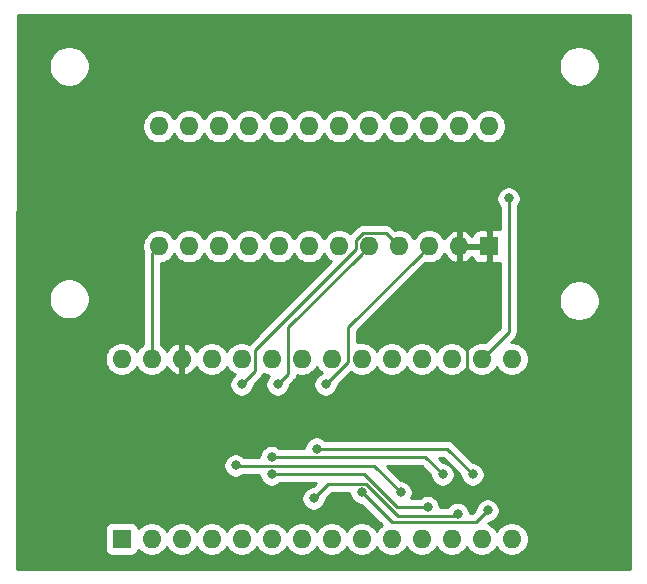
<source format=gbl>
G04 #@! TF.GenerationSoftware,KiCad,Pcbnew,5.1.5-52549c5~84~ubuntu18.04.1*
G04 #@! TF.CreationDate,2020-03-22T23:19:32-04:00*
G04 #@! TF.ProjectId,tcd1304_v1,74636431-3330-4345-9f76-312e6b696361,rev?*
G04 #@! TF.SameCoordinates,Original*
G04 #@! TF.FileFunction,Copper,L2,Bot*
G04 #@! TF.FilePolarity,Positive*
%FSLAX46Y46*%
G04 Gerber Fmt 4.6, Leading zero omitted, Abs format (unit mm)*
G04 Created by KiCad (PCBNEW 5.1.5-52549c5~84~ubuntu18.04.1) date 2020-03-22 23:19:32*
%MOMM*%
%LPD*%
G04 APERTURE LIST*
%ADD10O,1.600000X1.600000*%
%ADD11R,1.600000X1.600000*%
%ADD12C,0.800000*%
%ADD13C,0.250000*%
%ADD14C,0.254000*%
G04 APERTURE END LIST*
D10*
X124460000Y-88265000D03*
X157480000Y-103505000D03*
X127000000Y-88265000D03*
X154940000Y-103505000D03*
X129540000Y-88265000D03*
X152400000Y-103505000D03*
X132080000Y-88265000D03*
X149860000Y-103505000D03*
X134620000Y-88265000D03*
X147320000Y-103505000D03*
X137160000Y-88265000D03*
X144780000Y-103505000D03*
X139700000Y-88265000D03*
X142240000Y-103505000D03*
X142240000Y-88265000D03*
X139700000Y-103505000D03*
X144780000Y-88265000D03*
X137160000Y-103505000D03*
X147320000Y-88265000D03*
X134620000Y-103505000D03*
X149860000Y-88265000D03*
X132080000Y-103505000D03*
X152400000Y-88265000D03*
X129540000Y-103505000D03*
X154940000Y-88265000D03*
X127000000Y-103505000D03*
X157480000Y-88265000D03*
D11*
X124460000Y-103505000D03*
X155575000Y-78740000D03*
D10*
X127635000Y-68580000D03*
X153035000Y-78740000D03*
X130175000Y-68580000D03*
X150495000Y-78740000D03*
X132715000Y-68580000D03*
X147955000Y-78740000D03*
X135255000Y-68580000D03*
X145415000Y-78740000D03*
X137795000Y-68580000D03*
X142875000Y-78740000D03*
X140335000Y-68580000D03*
X140335000Y-78740000D03*
X142875000Y-68580000D03*
X137795000Y-78740000D03*
X145415000Y-68580000D03*
X135255000Y-78740000D03*
X147955000Y-68580000D03*
X132715000Y-78740000D03*
X150495000Y-68580000D03*
X130175000Y-78740000D03*
X153035000Y-68580000D03*
X127635000Y-78740000D03*
X155575000Y-68580000D03*
D12*
X143764000Y-94742000D03*
X156718000Y-98044000D03*
X131572000Y-97028000D03*
X137160000Y-98044000D03*
X150368000Y-100817998D03*
X144780000Y-99568000D03*
X155448000Y-101092000D03*
X154178000Y-98044000D03*
X140970000Y-95868999D03*
X151638000Y-98044000D03*
X137160000Y-96593999D03*
X148082000Y-99568000D03*
X134112000Y-97282000D03*
X137668000Y-90424000D03*
X134620000Y-90424000D03*
X141732000Y-90424000D03*
X157226000Y-74676000D03*
X140716000Y-100076000D03*
X152908000Y-101383000D03*
D13*
X127000000Y-79375000D02*
X127635000Y-78740000D01*
X127000000Y-88265000D02*
X127000000Y-79375000D01*
X144329685Y-94742000D02*
X143764000Y-94742000D01*
X153416000Y-94742000D02*
X144329685Y-94742000D01*
X153035000Y-79871370D02*
X153670000Y-80506370D01*
X153670000Y-80506370D02*
X153670000Y-94996000D01*
X153035000Y-78740000D02*
X153035000Y-79871370D01*
X156718000Y-98044000D02*
X153670000Y-94996000D01*
X153670000Y-94996000D02*
X153416000Y-94742000D01*
X133858000Y-94742000D02*
X143764000Y-94742000D01*
X131572000Y-97028000D02*
X133858000Y-94742000D01*
X137160000Y-98044000D02*
X144965412Y-98044000D01*
X144965412Y-98044000D02*
X147739410Y-100817998D01*
X147739410Y-100817998D02*
X150368000Y-100817998D01*
X144780000Y-99568000D02*
X147320000Y-102108000D01*
X147320000Y-102108000D02*
X154432000Y-102108000D01*
X154432000Y-102108000D02*
X155448000Y-101092000D01*
X154178000Y-98044000D02*
X152002999Y-95868999D01*
X152002999Y-95868999D02*
X140970000Y-95868999D01*
X151638000Y-98044000D02*
X150187999Y-96593999D01*
X150187999Y-96593999D02*
X137160000Y-96593999D01*
X134148999Y-97318999D02*
X134112000Y-97282000D01*
X148082000Y-99568000D02*
X145832999Y-97318999D01*
X145832999Y-97318999D02*
X134148999Y-97318999D01*
X144615001Y-79539999D02*
X145415000Y-78740000D01*
X138574999Y-85580001D02*
X144615001Y-79539999D01*
X138574999Y-89517001D02*
X138574999Y-85580001D01*
X137668000Y-90424000D02*
X138574999Y-89517001D01*
X146829999Y-77614999D02*
X147155001Y-77940001D01*
X144874999Y-77614999D02*
X146829999Y-77614999D01*
X144289999Y-78199999D02*
X144874999Y-77614999D01*
X144289999Y-78990003D02*
X144289999Y-78199999D01*
X135745001Y-87535001D02*
X144289999Y-78990003D01*
X147155001Y-77940001D02*
X147955000Y-78740000D01*
X135745001Y-89298999D02*
X135745001Y-87535001D01*
X134620000Y-90424000D02*
X135745001Y-89298999D01*
X143654999Y-85580001D02*
X149695001Y-79539999D01*
X149695001Y-79539999D02*
X150495000Y-78740000D01*
X143654999Y-88501001D02*
X143654999Y-85580001D01*
X141732000Y-90424000D02*
X143654999Y-88501001D01*
X157226000Y-85979000D02*
X154940000Y-88265000D01*
X157226000Y-74676000D02*
X157226000Y-85979000D01*
X145128001Y-98842999D02*
X147828000Y-101542998D01*
X140716000Y-100076000D02*
X141949001Y-98842999D01*
X141949001Y-98842999D02*
X145128001Y-98842999D01*
X147828000Y-101542998D02*
X152850998Y-101542998D01*
X152850998Y-101542998D02*
X152908000Y-101485996D01*
X152908000Y-101485996D02*
X152908000Y-101383000D01*
D14*
G36*
X167539932Y-106020000D02*
G01*
X115596097Y-106020000D01*
X115601601Y-102705000D01*
X123021928Y-102705000D01*
X123021928Y-104305000D01*
X123034188Y-104429482D01*
X123070498Y-104549180D01*
X123129463Y-104659494D01*
X123208815Y-104756185D01*
X123305506Y-104835537D01*
X123415820Y-104894502D01*
X123535518Y-104930812D01*
X123660000Y-104943072D01*
X125260000Y-104943072D01*
X125384482Y-104930812D01*
X125504180Y-104894502D01*
X125614494Y-104835537D01*
X125711185Y-104756185D01*
X125790537Y-104659494D01*
X125849502Y-104549180D01*
X125885812Y-104429482D01*
X125886643Y-104421039D01*
X126085241Y-104619637D01*
X126320273Y-104776680D01*
X126581426Y-104884853D01*
X126858665Y-104940000D01*
X127141335Y-104940000D01*
X127418574Y-104884853D01*
X127679727Y-104776680D01*
X127914759Y-104619637D01*
X128114637Y-104419759D01*
X128270000Y-104187241D01*
X128425363Y-104419759D01*
X128625241Y-104619637D01*
X128860273Y-104776680D01*
X129121426Y-104884853D01*
X129398665Y-104940000D01*
X129681335Y-104940000D01*
X129958574Y-104884853D01*
X130219727Y-104776680D01*
X130454759Y-104619637D01*
X130654637Y-104419759D01*
X130810000Y-104187241D01*
X130965363Y-104419759D01*
X131165241Y-104619637D01*
X131400273Y-104776680D01*
X131661426Y-104884853D01*
X131938665Y-104940000D01*
X132221335Y-104940000D01*
X132498574Y-104884853D01*
X132759727Y-104776680D01*
X132994759Y-104619637D01*
X133194637Y-104419759D01*
X133350000Y-104187241D01*
X133505363Y-104419759D01*
X133705241Y-104619637D01*
X133940273Y-104776680D01*
X134201426Y-104884853D01*
X134478665Y-104940000D01*
X134761335Y-104940000D01*
X135038574Y-104884853D01*
X135299727Y-104776680D01*
X135534759Y-104619637D01*
X135734637Y-104419759D01*
X135890000Y-104187241D01*
X136045363Y-104419759D01*
X136245241Y-104619637D01*
X136480273Y-104776680D01*
X136741426Y-104884853D01*
X137018665Y-104940000D01*
X137301335Y-104940000D01*
X137578574Y-104884853D01*
X137839727Y-104776680D01*
X138074759Y-104619637D01*
X138274637Y-104419759D01*
X138430000Y-104187241D01*
X138585363Y-104419759D01*
X138785241Y-104619637D01*
X139020273Y-104776680D01*
X139281426Y-104884853D01*
X139558665Y-104940000D01*
X139841335Y-104940000D01*
X140118574Y-104884853D01*
X140379727Y-104776680D01*
X140614759Y-104619637D01*
X140814637Y-104419759D01*
X140970000Y-104187241D01*
X141125363Y-104419759D01*
X141325241Y-104619637D01*
X141560273Y-104776680D01*
X141821426Y-104884853D01*
X142098665Y-104940000D01*
X142381335Y-104940000D01*
X142658574Y-104884853D01*
X142919727Y-104776680D01*
X143154759Y-104619637D01*
X143354637Y-104419759D01*
X143510000Y-104187241D01*
X143665363Y-104419759D01*
X143865241Y-104619637D01*
X144100273Y-104776680D01*
X144361426Y-104884853D01*
X144638665Y-104940000D01*
X144921335Y-104940000D01*
X145198574Y-104884853D01*
X145459727Y-104776680D01*
X145694759Y-104619637D01*
X145894637Y-104419759D01*
X146050000Y-104187241D01*
X146205363Y-104419759D01*
X146405241Y-104619637D01*
X146640273Y-104776680D01*
X146901426Y-104884853D01*
X147178665Y-104940000D01*
X147461335Y-104940000D01*
X147738574Y-104884853D01*
X147999727Y-104776680D01*
X148234759Y-104619637D01*
X148434637Y-104419759D01*
X148590000Y-104187241D01*
X148745363Y-104419759D01*
X148945241Y-104619637D01*
X149180273Y-104776680D01*
X149441426Y-104884853D01*
X149718665Y-104940000D01*
X150001335Y-104940000D01*
X150278574Y-104884853D01*
X150539727Y-104776680D01*
X150774759Y-104619637D01*
X150974637Y-104419759D01*
X151130000Y-104187241D01*
X151285363Y-104419759D01*
X151485241Y-104619637D01*
X151720273Y-104776680D01*
X151981426Y-104884853D01*
X152258665Y-104940000D01*
X152541335Y-104940000D01*
X152818574Y-104884853D01*
X153079727Y-104776680D01*
X153314759Y-104619637D01*
X153514637Y-104419759D01*
X153670000Y-104187241D01*
X153825363Y-104419759D01*
X154025241Y-104619637D01*
X154260273Y-104776680D01*
X154521426Y-104884853D01*
X154798665Y-104940000D01*
X155081335Y-104940000D01*
X155358574Y-104884853D01*
X155619727Y-104776680D01*
X155854759Y-104619637D01*
X156054637Y-104419759D01*
X156210000Y-104187241D01*
X156365363Y-104419759D01*
X156565241Y-104619637D01*
X156800273Y-104776680D01*
X157061426Y-104884853D01*
X157338665Y-104940000D01*
X157621335Y-104940000D01*
X157898574Y-104884853D01*
X158159727Y-104776680D01*
X158394759Y-104619637D01*
X158594637Y-104419759D01*
X158751680Y-104184727D01*
X158859853Y-103923574D01*
X158915000Y-103646335D01*
X158915000Y-103363665D01*
X158859853Y-103086426D01*
X158751680Y-102825273D01*
X158594637Y-102590241D01*
X158394759Y-102390363D01*
X158159727Y-102233320D01*
X157898574Y-102125147D01*
X157621335Y-102070000D01*
X157338665Y-102070000D01*
X157061426Y-102125147D01*
X156800273Y-102233320D01*
X156565241Y-102390363D01*
X156365363Y-102590241D01*
X156210000Y-102822759D01*
X156054637Y-102590241D01*
X155854759Y-102390363D01*
X155619727Y-102233320D01*
X155451262Y-102163540D01*
X155487802Y-102127000D01*
X155549939Y-102127000D01*
X155749898Y-102087226D01*
X155938256Y-102009205D01*
X156107774Y-101895937D01*
X156251937Y-101751774D01*
X156365205Y-101582256D01*
X156443226Y-101393898D01*
X156483000Y-101193939D01*
X156483000Y-100990061D01*
X156443226Y-100790102D01*
X156365205Y-100601744D01*
X156251937Y-100432226D01*
X156107774Y-100288063D01*
X155938256Y-100174795D01*
X155749898Y-100096774D01*
X155549939Y-100057000D01*
X155346061Y-100057000D01*
X155146102Y-100096774D01*
X154957744Y-100174795D01*
X154788226Y-100288063D01*
X154644063Y-100432226D01*
X154530795Y-100601744D01*
X154452774Y-100790102D01*
X154413000Y-100990061D01*
X154413000Y-101052198D01*
X154117199Y-101348000D01*
X153943000Y-101348000D01*
X153943000Y-101281061D01*
X153903226Y-101081102D01*
X153825205Y-100892744D01*
X153711937Y-100723226D01*
X153567774Y-100579063D01*
X153398256Y-100465795D01*
X153209898Y-100387774D01*
X153009939Y-100348000D01*
X152806061Y-100348000D01*
X152606102Y-100387774D01*
X152417744Y-100465795D01*
X152248226Y-100579063D01*
X152104063Y-100723226D01*
X152064125Y-100782998D01*
X151403000Y-100782998D01*
X151403000Y-100716059D01*
X151363226Y-100516100D01*
X151285205Y-100327742D01*
X151171937Y-100158224D01*
X151027774Y-100014061D01*
X150858256Y-99900793D01*
X150669898Y-99822772D01*
X150469939Y-99782998D01*
X150266061Y-99782998D01*
X150066102Y-99822772D01*
X149877744Y-99900793D01*
X149708226Y-100014061D01*
X149664289Y-100057998D01*
X148999312Y-100057998D01*
X149077226Y-99869898D01*
X149117000Y-99669939D01*
X149117000Y-99466061D01*
X149077226Y-99266102D01*
X148999205Y-99077744D01*
X148885937Y-98908226D01*
X148741774Y-98764063D01*
X148572256Y-98650795D01*
X148383898Y-98572774D01*
X148183939Y-98533000D01*
X148121802Y-98533000D01*
X146942800Y-97353999D01*
X149873198Y-97353999D01*
X150603000Y-98083802D01*
X150603000Y-98145939D01*
X150642774Y-98345898D01*
X150720795Y-98534256D01*
X150834063Y-98703774D01*
X150978226Y-98847937D01*
X151147744Y-98961205D01*
X151336102Y-99039226D01*
X151536061Y-99079000D01*
X151739939Y-99079000D01*
X151939898Y-99039226D01*
X152128256Y-98961205D01*
X152297774Y-98847937D01*
X152441937Y-98703774D01*
X152555205Y-98534256D01*
X152633226Y-98345898D01*
X152673000Y-98145939D01*
X152673000Y-97942061D01*
X152633226Y-97742102D01*
X152555205Y-97553744D01*
X152441937Y-97384226D01*
X152297774Y-97240063D01*
X152128256Y-97126795D01*
X151939898Y-97048774D01*
X151739939Y-97009000D01*
X151677802Y-97009000D01*
X151297800Y-96628999D01*
X151688198Y-96628999D01*
X153143000Y-98083802D01*
X153143000Y-98145939D01*
X153182774Y-98345898D01*
X153260795Y-98534256D01*
X153374063Y-98703774D01*
X153518226Y-98847937D01*
X153687744Y-98961205D01*
X153876102Y-99039226D01*
X154076061Y-99079000D01*
X154279939Y-99079000D01*
X154479898Y-99039226D01*
X154668256Y-98961205D01*
X154837774Y-98847937D01*
X154981937Y-98703774D01*
X155095205Y-98534256D01*
X155173226Y-98345898D01*
X155213000Y-98145939D01*
X155213000Y-97942061D01*
X155173226Y-97742102D01*
X155095205Y-97553744D01*
X154981937Y-97384226D01*
X154837774Y-97240063D01*
X154668256Y-97126795D01*
X154479898Y-97048774D01*
X154279939Y-97009000D01*
X154217802Y-97009000D01*
X152566803Y-95358002D01*
X152543000Y-95328998D01*
X152427275Y-95234025D01*
X152295246Y-95163453D01*
X152151985Y-95119996D01*
X152040332Y-95108999D01*
X152040321Y-95108999D01*
X152002999Y-95105323D01*
X151965677Y-95108999D01*
X141673711Y-95108999D01*
X141629774Y-95065062D01*
X141460256Y-94951794D01*
X141271898Y-94873773D01*
X141071939Y-94833999D01*
X140868061Y-94833999D01*
X140668102Y-94873773D01*
X140479744Y-94951794D01*
X140310226Y-95065062D01*
X140166063Y-95209225D01*
X140052795Y-95378743D01*
X139974774Y-95567101D01*
X139935000Y-95767060D01*
X139935000Y-95833999D01*
X137863711Y-95833999D01*
X137819774Y-95790062D01*
X137650256Y-95676794D01*
X137461898Y-95598773D01*
X137261939Y-95558999D01*
X137058061Y-95558999D01*
X136858102Y-95598773D01*
X136669744Y-95676794D01*
X136500226Y-95790062D01*
X136356063Y-95934225D01*
X136242795Y-96103743D01*
X136164774Y-96292101D01*
X136125000Y-96492060D01*
X136125000Y-96558999D01*
X134852710Y-96558999D01*
X134771774Y-96478063D01*
X134602256Y-96364795D01*
X134413898Y-96286774D01*
X134213939Y-96247000D01*
X134010061Y-96247000D01*
X133810102Y-96286774D01*
X133621744Y-96364795D01*
X133452226Y-96478063D01*
X133308063Y-96622226D01*
X133194795Y-96791744D01*
X133116774Y-96980102D01*
X133077000Y-97180061D01*
X133077000Y-97383939D01*
X133116774Y-97583898D01*
X133194795Y-97772256D01*
X133308063Y-97941774D01*
X133452226Y-98085937D01*
X133621744Y-98199205D01*
X133810102Y-98277226D01*
X134010061Y-98317000D01*
X134213939Y-98317000D01*
X134413898Y-98277226D01*
X134602256Y-98199205D01*
X134771774Y-98085937D01*
X134778712Y-98078999D01*
X136125000Y-98078999D01*
X136125000Y-98145939D01*
X136164774Y-98345898D01*
X136242795Y-98534256D01*
X136356063Y-98703774D01*
X136500226Y-98847937D01*
X136669744Y-98961205D01*
X136858102Y-99039226D01*
X137058061Y-99079000D01*
X137261939Y-99079000D01*
X137461898Y-99039226D01*
X137650256Y-98961205D01*
X137819774Y-98847937D01*
X137863711Y-98804000D01*
X140913198Y-98804000D01*
X140676199Y-99041000D01*
X140614061Y-99041000D01*
X140414102Y-99080774D01*
X140225744Y-99158795D01*
X140056226Y-99272063D01*
X139912063Y-99416226D01*
X139798795Y-99585744D01*
X139720774Y-99774102D01*
X139681000Y-99974061D01*
X139681000Y-100177939D01*
X139720774Y-100377898D01*
X139798795Y-100566256D01*
X139912063Y-100735774D01*
X140056226Y-100879937D01*
X140225744Y-100993205D01*
X140414102Y-101071226D01*
X140614061Y-101111000D01*
X140817939Y-101111000D01*
X141017898Y-101071226D01*
X141206256Y-100993205D01*
X141375774Y-100879937D01*
X141519937Y-100735774D01*
X141633205Y-100566256D01*
X141711226Y-100377898D01*
X141751000Y-100177939D01*
X141751000Y-100115801D01*
X142263803Y-99602999D01*
X143745000Y-99602999D01*
X143745000Y-99669939D01*
X143784774Y-99869898D01*
X143862795Y-100058256D01*
X143976063Y-100227774D01*
X144120226Y-100371937D01*
X144289744Y-100485205D01*
X144478102Y-100563226D01*
X144678061Y-100603000D01*
X144740199Y-100603000D01*
X146478566Y-102341369D01*
X146405241Y-102390363D01*
X146205363Y-102590241D01*
X146050000Y-102822759D01*
X145894637Y-102590241D01*
X145694759Y-102390363D01*
X145459727Y-102233320D01*
X145198574Y-102125147D01*
X144921335Y-102070000D01*
X144638665Y-102070000D01*
X144361426Y-102125147D01*
X144100273Y-102233320D01*
X143865241Y-102390363D01*
X143665363Y-102590241D01*
X143510000Y-102822759D01*
X143354637Y-102590241D01*
X143154759Y-102390363D01*
X142919727Y-102233320D01*
X142658574Y-102125147D01*
X142381335Y-102070000D01*
X142098665Y-102070000D01*
X141821426Y-102125147D01*
X141560273Y-102233320D01*
X141325241Y-102390363D01*
X141125363Y-102590241D01*
X140970000Y-102822759D01*
X140814637Y-102590241D01*
X140614759Y-102390363D01*
X140379727Y-102233320D01*
X140118574Y-102125147D01*
X139841335Y-102070000D01*
X139558665Y-102070000D01*
X139281426Y-102125147D01*
X139020273Y-102233320D01*
X138785241Y-102390363D01*
X138585363Y-102590241D01*
X138430000Y-102822759D01*
X138274637Y-102590241D01*
X138074759Y-102390363D01*
X137839727Y-102233320D01*
X137578574Y-102125147D01*
X137301335Y-102070000D01*
X137018665Y-102070000D01*
X136741426Y-102125147D01*
X136480273Y-102233320D01*
X136245241Y-102390363D01*
X136045363Y-102590241D01*
X135890000Y-102822759D01*
X135734637Y-102590241D01*
X135534759Y-102390363D01*
X135299727Y-102233320D01*
X135038574Y-102125147D01*
X134761335Y-102070000D01*
X134478665Y-102070000D01*
X134201426Y-102125147D01*
X133940273Y-102233320D01*
X133705241Y-102390363D01*
X133505363Y-102590241D01*
X133350000Y-102822759D01*
X133194637Y-102590241D01*
X132994759Y-102390363D01*
X132759727Y-102233320D01*
X132498574Y-102125147D01*
X132221335Y-102070000D01*
X131938665Y-102070000D01*
X131661426Y-102125147D01*
X131400273Y-102233320D01*
X131165241Y-102390363D01*
X130965363Y-102590241D01*
X130810000Y-102822759D01*
X130654637Y-102590241D01*
X130454759Y-102390363D01*
X130219727Y-102233320D01*
X129958574Y-102125147D01*
X129681335Y-102070000D01*
X129398665Y-102070000D01*
X129121426Y-102125147D01*
X128860273Y-102233320D01*
X128625241Y-102390363D01*
X128425363Y-102590241D01*
X128270000Y-102822759D01*
X128114637Y-102590241D01*
X127914759Y-102390363D01*
X127679727Y-102233320D01*
X127418574Y-102125147D01*
X127141335Y-102070000D01*
X126858665Y-102070000D01*
X126581426Y-102125147D01*
X126320273Y-102233320D01*
X126085241Y-102390363D01*
X125886643Y-102588961D01*
X125885812Y-102580518D01*
X125849502Y-102460820D01*
X125790537Y-102350506D01*
X125711185Y-102253815D01*
X125614494Y-102174463D01*
X125504180Y-102115498D01*
X125384482Y-102079188D01*
X125260000Y-102066928D01*
X123660000Y-102066928D01*
X123535518Y-102079188D01*
X123415820Y-102115498D01*
X123305506Y-102174463D01*
X123208815Y-102253815D01*
X123129463Y-102350506D01*
X123070498Y-102460820D01*
X123034188Y-102580518D01*
X123021928Y-102705000D01*
X115601601Y-102705000D01*
X115625812Y-88123665D01*
X123025000Y-88123665D01*
X123025000Y-88406335D01*
X123080147Y-88683574D01*
X123188320Y-88944727D01*
X123345363Y-89179759D01*
X123545241Y-89379637D01*
X123780273Y-89536680D01*
X124041426Y-89644853D01*
X124318665Y-89700000D01*
X124601335Y-89700000D01*
X124878574Y-89644853D01*
X125139727Y-89536680D01*
X125374759Y-89379637D01*
X125574637Y-89179759D01*
X125730000Y-88947241D01*
X125885363Y-89179759D01*
X126085241Y-89379637D01*
X126320273Y-89536680D01*
X126581426Y-89644853D01*
X126858665Y-89700000D01*
X127141335Y-89700000D01*
X127418574Y-89644853D01*
X127679727Y-89536680D01*
X127914759Y-89379637D01*
X128114637Y-89179759D01*
X128271680Y-88944727D01*
X128276067Y-88934135D01*
X128387615Y-89120131D01*
X128576586Y-89328519D01*
X128802580Y-89496037D01*
X129056913Y-89616246D01*
X129190961Y-89656904D01*
X129413000Y-89534915D01*
X129413000Y-88392000D01*
X129393000Y-88392000D01*
X129393000Y-88138000D01*
X129413000Y-88138000D01*
X129413000Y-86995085D01*
X129190961Y-86873096D01*
X129056913Y-86913754D01*
X128802580Y-87033963D01*
X128576586Y-87201481D01*
X128387615Y-87409869D01*
X128276067Y-87595865D01*
X128271680Y-87585273D01*
X128114637Y-87350241D01*
X127914759Y-87150363D01*
X127760000Y-87046957D01*
X127760000Y-80175000D01*
X127776335Y-80175000D01*
X128053574Y-80119853D01*
X128314727Y-80011680D01*
X128549759Y-79854637D01*
X128749637Y-79654759D01*
X128905000Y-79422241D01*
X129060363Y-79654759D01*
X129260241Y-79854637D01*
X129495273Y-80011680D01*
X129756426Y-80119853D01*
X130033665Y-80175000D01*
X130316335Y-80175000D01*
X130593574Y-80119853D01*
X130854727Y-80011680D01*
X131089759Y-79854637D01*
X131289637Y-79654759D01*
X131445000Y-79422241D01*
X131600363Y-79654759D01*
X131800241Y-79854637D01*
X132035273Y-80011680D01*
X132296426Y-80119853D01*
X132573665Y-80175000D01*
X132856335Y-80175000D01*
X133133574Y-80119853D01*
X133394727Y-80011680D01*
X133629759Y-79854637D01*
X133829637Y-79654759D01*
X133985000Y-79422241D01*
X134140363Y-79654759D01*
X134340241Y-79854637D01*
X134575273Y-80011680D01*
X134836426Y-80119853D01*
X135113665Y-80175000D01*
X135396335Y-80175000D01*
X135673574Y-80119853D01*
X135934727Y-80011680D01*
X136169759Y-79854637D01*
X136369637Y-79654759D01*
X136525000Y-79422241D01*
X136680363Y-79654759D01*
X136880241Y-79854637D01*
X137115273Y-80011680D01*
X137376426Y-80119853D01*
X137653665Y-80175000D01*
X137936335Y-80175000D01*
X138213574Y-80119853D01*
X138474727Y-80011680D01*
X138709759Y-79854637D01*
X138909637Y-79654759D01*
X139065000Y-79422241D01*
X139220363Y-79654759D01*
X139420241Y-79854637D01*
X139655273Y-80011680D01*
X139916426Y-80119853D01*
X140193665Y-80175000D01*
X140476335Y-80175000D01*
X140753574Y-80119853D01*
X141014727Y-80011680D01*
X141249759Y-79854637D01*
X141449637Y-79654759D01*
X141605000Y-79422241D01*
X141760363Y-79654759D01*
X141960241Y-79854637D01*
X142194222Y-80010978D01*
X135237610Y-86967591D01*
X135038574Y-86885147D01*
X134761335Y-86830000D01*
X134478665Y-86830000D01*
X134201426Y-86885147D01*
X133940273Y-86993320D01*
X133705241Y-87150363D01*
X133505363Y-87350241D01*
X133350000Y-87582759D01*
X133194637Y-87350241D01*
X132994759Y-87150363D01*
X132759727Y-86993320D01*
X132498574Y-86885147D01*
X132221335Y-86830000D01*
X131938665Y-86830000D01*
X131661426Y-86885147D01*
X131400273Y-86993320D01*
X131165241Y-87150363D01*
X130965363Y-87350241D01*
X130808320Y-87585273D01*
X130803933Y-87595865D01*
X130692385Y-87409869D01*
X130503414Y-87201481D01*
X130277420Y-87033963D01*
X130023087Y-86913754D01*
X129889039Y-86873096D01*
X129667000Y-86995085D01*
X129667000Y-88138000D01*
X129687000Y-88138000D01*
X129687000Y-88392000D01*
X129667000Y-88392000D01*
X129667000Y-89534915D01*
X129889039Y-89656904D01*
X130023087Y-89616246D01*
X130277420Y-89496037D01*
X130503414Y-89328519D01*
X130692385Y-89120131D01*
X130803933Y-88934135D01*
X130808320Y-88944727D01*
X130965363Y-89179759D01*
X131165241Y-89379637D01*
X131400273Y-89536680D01*
X131661426Y-89644853D01*
X131938665Y-89700000D01*
X132221335Y-89700000D01*
X132498574Y-89644853D01*
X132759727Y-89536680D01*
X132994759Y-89379637D01*
X133194637Y-89179759D01*
X133350000Y-88947241D01*
X133505363Y-89179759D01*
X133705241Y-89379637D01*
X133940273Y-89536680D01*
X134029626Y-89573691D01*
X133960226Y-89620063D01*
X133816063Y-89764226D01*
X133702795Y-89933744D01*
X133624774Y-90122102D01*
X133585000Y-90322061D01*
X133585000Y-90525939D01*
X133624774Y-90725898D01*
X133702795Y-90914256D01*
X133816063Y-91083774D01*
X133960226Y-91227937D01*
X134129744Y-91341205D01*
X134318102Y-91419226D01*
X134518061Y-91459000D01*
X134721939Y-91459000D01*
X134921898Y-91419226D01*
X135110256Y-91341205D01*
X135279774Y-91227937D01*
X135423937Y-91083774D01*
X135537205Y-90914256D01*
X135615226Y-90725898D01*
X135655000Y-90525939D01*
X135655000Y-90463801D01*
X136256005Y-89862797D01*
X136285002Y-89839000D01*
X136379975Y-89723275D01*
X136450547Y-89591246D01*
X136469319Y-89529361D01*
X136480273Y-89536680D01*
X136741426Y-89644853D01*
X136943284Y-89685005D01*
X136864063Y-89764226D01*
X136750795Y-89933744D01*
X136672774Y-90122102D01*
X136633000Y-90322061D01*
X136633000Y-90525939D01*
X136672774Y-90725898D01*
X136750795Y-90914256D01*
X136864063Y-91083774D01*
X137008226Y-91227937D01*
X137177744Y-91341205D01*
X137366102Y-91419226D01*
X137566061Y-91459000D01*
X137769939Y-91459000D01*
X137969898Y-91419226D01*
X138158256Y-91341205D01*
X138327774Y-91227937D01*
X138471937Y-91083774D01*
X138585205Y-90914256D01*
X138663226Y-90725898D01*
X138703000Y-90525939D01*
X138703000Y-90463802D01*
X139086003Y-90080799D01*
X139115000Y-90057002D01*
X139209973Y-89941277D01*
X139280545Y-89809248D01*
X139324002Y-89665987D01*
X139325225Y-89653565D01*
X139558665Y-89700000D01*
X139841335Y-89700000D01*
X140118574Y-89644853D01*
X140379727Y-89536680D01*
X140614759Y-89379637D01*
X140814637Y-89179759D01*
X140970000Y-88947241D01*
X141125363Y-89179759D01*
X141325241Y-89379637D01*
X141410766Y-89436783D01*
X141241744Y-89506795D01*
X141072226Y-89620063D01*
X140928063Y-89764226D01*
X140814795Y-89933744D01*
X140736774Y-90122102D01*
X140697000Y-90322061D01*
X140697000Y-90525939D01*
X140736774Y-90725898D01*
X140814795Y-90914256D01*
X140928063Y-91083774D01*
X141072226Y-91227937D01*
X141241744Y-91341205D01*
X141430102Y-91419226D01*
X141630061Y-91459000D01*
X141833939Y-91459000D01*
X142033898Y-91419226D01*
X142222256Y-91341205D01*
X142391774Y-91227937D01*
X142535937Y-91083774D01*
X142649205Y-90914256D01*
X142727226Y-90725898D01*
X142767000Y-90525939D01*
X142767000Y-90463801D01*
X143858203Y-89372599D01*
X143865241Y-89379637D01*
X144100273Y-89536680D01*
X144361426Y-89644853D01*
X144638665Y-89700000D01*
X144921335Y-89700000D01*
X145198574Y-89644853D01*
X145459727Y-89536680D01*
X145694759Y-89379637D01*
X145894637Y-89179759D01*
X146050000Y-88947241D01*
X146205363Y-89179759D01*
X146405241Y-89379637D01*
X146640273Y-89536680D01*
X146901426Y-89644853D01*
X147178665Y-89700000D01*
X147461335Y-89700000D01*
X147738574Y-89644853D01*
X147999727Y-89536680D01*
X148234759Y-89379637D01*
X148434637Y-89179759D01*
X148590000Y-88947241D01*
X148745363Y-89179759D01*
X148945241Y-89379637D01*
X149180273Y-89536680D01*
X149441426Y-89644853D01*
X149718665Y-89700000D01*
X150001335Y-89700000D01*
X150278574Y-89644853D01*
X150539727Y-89536680D01*
X150774759Y-89379637D01*
X150974637Y-89179759D01*
X151130000Y-88947241D01*
X151285363Y-89179759D01*
X151485241Y-89379637D01*
X151720273Y-89536680D01*
X151981426Y-89644853D01*
X152258665Y-89700000D01*
X152541335Y-89700000D01*
X152818574Y-89644853D01*
X153079727Y-89536680D01*
X153314759Y-89379637D01*
X153514637Y-89179759D01*
X153670000Y-88947241D01*
X153825363Y-89179759D01*
X154025241Y-89379637D01*
X154260273Y-89536680D01*
X154521426Y-89644853D01*
X154798665Y-89700000D01*
X155081335Y-89700000D01*
X155358574Y-89644853D01*
X155619727Y-89536680D01*
X155854759Y-89379637D01*
X156054637Y-89179759D01*
X156210000Y-88947241D01*
X156365363Y-89179759D01*
X156565241Y-89379637D01*
X156800273Y-89536680D01*
X157061426Y-89644853D01*
X157338665Y-89700000D01*
X157621335Y-89700000D01*
X157898574Y-89644853D01*
X158159727Y-89536680D01*
X158394759Y-89379637D01*
X158594637Y-89179759D01*
X158751680Y-88944727D01*
X158859853Y-88683574D01*
X158915000Y-88406335D01*
X158915000Y-88123665D01*
X158859853Y-87846426D01*
X158751680Y-87585273D01*
X158594637Y-87350241D01*
X158394759Y-87150363D01*
X158159727Y-86993320D01*
X157898574Y-86885147D01*
X157621335Y-86830000D01*
X157449802Y-86830000D01*
X157737003Y-86542799D01*
X157766001Y-86519001D01*
X157860974Y-86403276D01*
X157931546Y-86271247D01*
X157975003Y-86127986D01*
X157986000Y-86016333D01*
X157986000Y-86016324D01*
X157989676Y-85979001D01*
X157986000Y-85941678D01*
X157986000Y-83159117D01*
X161460000Y-83159117D01*
X161460000Y-83500883D01*
X161526675Y-83836081D01*
X161657463Y-84151831D01*
X161847337Y-84435998D01*
X162089002Y-84677663D01*
X162373169Y-84867537D01*
X162688919Y-84998325D01*
X163024117Y-85065000D01*
X163365883Y-85065000D01*
X163701081Y-84998325D01*
X164016831Y-84867537D01*
X164300998Y-84677663D01*
X164542663Y-84435998D01*
X164732537Y-84151831D01*
X164863325Y-83836081D01*
X164930000Y-83500883D01*
X164930000Y-83159117D01*
X164863325Y-82823919D01*
X164732537Y-82508169D01*
X164542663Y-82224002D01*
X164300998Y-81982337D01*
X164016831Y-81792463D01*
X163701081Y-81661675D01*
X163365883Y-81595000D01*
X163024117Y-81595000D01*
X162688919Y-81661675D01*
X162373169Y-81792463D01*
X162089002Y-81982337D01*
X161847337Y-82224002D01*
X161657463Y-82508169D01*
X161526675Y-82823919D01*
X161460000Y-83159117D01*
X157986000Y-83159117D01*
X157986000Y-75379711D01*
X158029937Y-75335774D01*
X158143205Y-75166256D01*
X158221226Y-74977898D01*
X158261000Y-74777939D01*
X158261000Y-74574061D01*
X158221226Y-74374102D01*
X158143205Y-74185744D01*
X158029937Y-74016226D01*
X157885774Y-73872063D01*
X157716256Y-73758795D01*
X157527898Y-73680774D01*
X157327939Y-73641000D01*
X157124061Y-73641000D01*
X156924102Y-73680774D01*
X156735744Y-73758795D01*
X156566226Y-73872063D01*
X156422063Y-74016226D01*
X156308795Y-74185744D01*
X156230774Y-74374102D01*
X156191000Y-74574061D01*
X156191000Y-74777939D01*
X156230774Y-74977898D01*
X156308795Y-75166256D01*
X156422063Y-75335774D01*
X156466000Y-75379711D01*
X156466000Y-77310890D01*
X156375000Y-77301928D01*
X155860750Y-77305000D01*
X155702000Y-77463750D01*
X155702000Y-78613000D01*
X155722000Y-78613000D01*
X155722000Y-78867000D01*
X155702000Y-78867000D01*
X155702000Y-80016250D01*
X155860750Y-80175000D01*
X156375000Y-80178072D01*
X156466000Y-80169110D01*
X156466001Y-85664197D01*
X155263886Y-86866312D01*
X155081335Y-86830000D01*
X154798665Y-86830000D01*
X154521426Y-86885147D01*
X154260273Y-86993320D01*
X154025241Y-87150363D01*
X153825363Y-87350241D01*
X153670000Y-87582759D01*
X153514637Y-87350241D01*
X153314759Y-87150363D01*
X153079727Y-86993320D01*
X152818574Y-86885147D01*
X152541335Y-86830000D01*
X152258665Y-86830000D01*
X151981426Y-86885147D01*
X151720273Y-86993320D01*
X151485241Y-87150363D01*
X151285363Y-87350241D01*
X151130000Y-87582759D01*
X150974637Y-87350241D01*
X150774759Y-87150363D01*
X150539727Y-86993320D01*
X150278574Y-86885147D01*
X150001335Y-86830000D01*
X149718665Y-86830000D01*
X149441426Y-86885147D01*
X149180273Y-86993320D01*
X148945241Y-87150363D01*
X148745363Y-87350241D01*
X148590000Y-87582759D01*
X148434637Y-87350241D01*
X148234759Y-87150363D01*
X147999727Y-86993320D01*
X147738574Y-86885147D01*
X147461335Y-86830000D01*
X147178665Y-86830000D01*
X146901426Y-86885147D01*
X146640273Y-86993320D01*
X146405241Y-87150363D01*
X146205363Y-87350241D01*
X146050000Y-87582759D01*
X145894637Y-87350241D01*
X145694759Y-87150363D01*
X145459727Y-86993320D01*
X145198574Y-86885147D01*
X144921335Y-86830000D01*
X144638665Y-86830000D01*
X144414999Y-86874491D01*
X144414999Y-85894802D01*
X150171114Y-80138688D01*
X150353665Y-80175000D01*
X150636335Y-80175000D01*
X150913574Y-80119853D01*
X151174727Y-80011680D01*
X151409759Y-79854637D01*
X151609637Y-79654759D01*
X151766680Y-79419727D01*
X151771067Y-79409135D01*
X151882615Y-79595131D01*
X152071586Y-79803519D01*
X152297580Y-79971037D01*
X152551913Y-80091246D01*
X152685961Y-80131904D01*
X152908000Y-80009915D01*
X152908000Y-78867000D01*
X153162000Y-78867000D01*
X153162000Y-80009915D01*
X153384039Y-80131904D01*
X153518087Y-80091246D01*
X153772420Y-79971037D01*
X153998414Y-79803519D01*
X154146769Y-79639920D01*
X154149188Y-79664482D01*
X154185498Y-79784180D01*
X154244463Y-79894494D01*
X154323815Y-79991185D01*
X154420506Y-80070537D01*
X154530820Y-80129502D01*
X154650518Y-80165812D01*
X154775000Y-80178072D01*
X155289250Y-80175000D01*
X155448000Y-80016250D01*
X155448000Y-78867000D01*
X153162000Y-78867000D01*
X152908000Y-78867000D01*
X152888000Y-78867000D01*
X152888000Y-78613000D01*
X152908000Y-78613000D01*
X152908000Y-77470085D01*
X153162000Y-77470085D01*
X153162000Y-78613000D01*
X155448000Y-78613000D01*
X155448000Y-77463750D01*
X155289250Y-77305000D01*
X154775000Y-77301928D01*
X154650518Y-77314188D01*
X154530820Y-77350498D01*
X154420506Y-77409463D01*
X154323815Y-77488815D01*
X154244463Y-77585506D01*
X154185498Y-77695820D01*
X154149188Y-77815518D01*
X154146769Y-77840080D01*
X153998414Y-77676481D01*
X153772420Y-77508963D01*
X153518087Y-77388754D01*
X153384039Y-77348096D01*
X153162000Y-77470085D01*
X152908000Y-77470085D01*
X152685961Y-77348096D01*
X152551913Y-77388754D01*
X152297580Y-77508963D01*
X152071586Y-77676481D01*
X151882615Y-77884869D01*
X151771067Y-78070865D01*
X151766680Y-78060273D01*
X151609637Y-77825241D01*
X151409759Y-77625363D01*
X151174727Y-77468320D01*
X150913574Y-77360147D01*
X150636335Y-77305000D01*
X150353665Y-77305000D01*
X150076426Y-77360147D01*
X149815273Y-77468320D01*
X149580241Y-77625363D01*
X149380363Y-77825241D01*
X149225000Y-78057759D01*
X149069637Y-77825241D01*
X148869759Y-77625363D01*
X148634727Y-77468320D01*
X148373574Y-77360147D01*
X148096335Y-77305000D01*
X147813665Y-77305000D01*
X147631113Y-77341312D01*
X147393803Y-77104002D01*
X147370000Y-77074998D01*
X147254275Y-76980025D01*
X147122246Y-76909453D01*
X146978985Y-76865996D01*
X146867332Y-76854999D01*
X146867321Y-76854999D01*
X146829999Y-76851323D01*
X146792677Y-76854999D01*
X144912322Y-76854999D01*
X144874999Y-76851323D01*
X144837676Y-76854999D01*
X144837666Y-76854999D01*
X144726013Y-76865996D01*
X144582752Y-76909453D01*
X144450722Y-76980025D01*
X144367082Y-77048667D01*
X144334998Y-77074998D01*
X144311199Y-77103997D01*
X143789796Y-77625400D01*
X143789759Y-77625363D01*
X143554727Y-77468320D01*
X143293574Y-77360147D01*
X143016335Y-77305000D01*
X142733665Y-77305000D01*
X142456426Y-77360147D01*
X142195273Y-77468320D01*
X141960241Y-77625363D01*
X141760363Y-77825241D01*
X141605000Y-78057759D01*
X141449637Y-77825241D01*
X141249759Y-77625363D01*
X141014727Y-77468320D01*
X140753574Y-77360147D01*
X140476335Y-77305000D01*
X140193665Y-77305000D01*
X139916426Y-77360147D01*
X139655273Y-77468320D01*
X139420241Y-77625363D01*
X139220363Y-77825241D01*
X139065000Y-78057759D01*
X138909637Y-77825241D01*
X138709759Y-77625363D01*
X138474727Y-77468320D01*
X138213574Y-77360147D01*
X137936335Y-77305000D01*
X137653665Y-77305000D01*
X137376426Y-77360147D01*
X137115273Y-77468320D01*
X136880241Y-77625363D01*
X136680363Y-77825241D01*
X136525000Y-78057759D01*
X136369637Y-77825241D01*
X136169759Y-77625363D01*
X135934727Y-77468320D01*
X135673574Y-77360147D01*
X135396335Y-77305000D01*
X135113665Y-77305000D01*
X134836426Y-77360147D01*
X134575273Y-77468320D01*
X134340241Y-77625363D01*
X134140363Y-77825241D01*
X133985000Y-78057759D01*
X133829637Y-77825241D01*
X133629759Y-77625363D01*
X133394727Y-77468320D01*
X133133574Y-77360147D01*
X132856335Y-77305000D01*
X132573665Y-77305000D01*
X132296426Y-77360147D01*
X132035273Y-77468320D01*
X131800241Y-77625363D01*
X131600363Y-77825241D01*
X131445000Y-78057759D01*
X131289637Y-77825241D01*
X131089759Y-77625363D01*
X130854727Y-77468320D01*
X130593574Y-77360147D01*
X130316335Y-77305000D01*
X130033665Y-77305000D01*
X129756426Y-77360147D01*
X129495273Y-77468320D01*
X129260241Y-77625363D01*
X129060363Y-77825241D01*
X128905000Y-78057759D01*
X128749637Y-77825241D01*
X128549759Y-77625363D01*
X128314727Y-77468320D01*
X128053574Y-77360147D01*
X127776335Y-77305000D01*
X127493665Y-77305000D01*
X127216426Y-77360147D01*
X126955273Y-77468320D01*
X126720241Y-77625363D01*
X126520363Y-77825241D01*
X126363320Y-78060273D01*
X126255147Y-78321426D01*
X126200000Y-78598665D01*
X126200000Y-78881335D01*
X126255147Y-79158574D01*
X126264561Y-79181302D01*
X126250998Y-79226015D01*
X126236324Y-79375000D01*
X126240001Y-79412332D01*
X126240000Y-87046956D01*
X126085241Y-87150363D01*
X125885363Y-87350241D01*
X125730000Y-87582759D01*
X125574637Y-87350241D01*
X125374759Y-87150363D01*
X125139727Y-86993320D01*
X124878574Y-86885147D01*
X124601335Y-86830000D01*
X124318665Y-86830000D01*
X124041426Y-86885147D01*
X123780273Y-86993320D01*
X123545241Y-87150363D01*
X123345363Y-87350241D01*
X123188320Y-87585273D01*
X123080147Y-87846426D01*
X123025000Y-88123665D01*
X115625812Y-88123665D01*
X115634296Y-83014117D01*
X118280000Y-83014117D01*
X118280000Y-83355883D01*
X118346675Y-83691081D01*
X118477463Y-84006831D01*
X118667337Y-84290998D01*
X118909002Y-84532663D01*
X119193169Y-84722537D01*
X119508919Y-84853325D01*
X119844117Y-84920000D01*
X120185883Y-84920000D01*
X120521081Y-84853325D01*
X120836831Y-84722537D01*
X121120998Y-84532663D01*
X121362663Y-84290998D01*
X121552537Y-84006831D01*
X121683325Y-83691081D01*
X121750000Y-83355883D01*
X121750000Y-83014117D01*
X121683325Y-82678919D01*
X121552537Y-82363169D01*
X121362663Y-82079002D01*
X121120998Y-81837337D01*
X120836831Y-81647463D01*
X120521081Y-81516675D01*
X120185883Y-81450000D01*
X119844117Y-81450000D01*
X119508919Y-81516675D01*
X119193169Y-81647463D01*
X118909002Y-81837337D01*
X118667337Y-82079002D01*
X118477463Y-82363169D01*
X118346675Y-82678919D01*
X118280000Y-83014117D01*
X115634296Y-83014117D01*
X115658497Y-68438665D01*
X126200000Y-68438665D01*
X126200000Y-68721335D01*
X126255147Y-68998574D01*
X126363320Y-69259727D01*
X126520363Y-69494759D01*
X126720241Y-69694637D01*
X126955273Y-69851680D01*
X127216426Y-69959853D01*
X127493665Y-70015000D01*
X127776335Y-70015000D01*
X128053574Y-69959853D01*
X128314727Y-69851680D01*
X128549759Y-69694637D01*
X128749637Y-69494759D01*
X128905000Y-69262241D01*
X129060363Y-69494759D01*
X129260241Y-69694637D01*
X129495273Y-69851680D01*
X129756426Y-69959853D01*
X130033665Y-70015000D01*
X130316335Y-70015000D01*
X130593574Y-69959853D01*
X130854727Y-69851680D01*
X131089759Y-69694637D01*
X131289637Y-69494759D01*
X131445000Y-69262241D01*
X131600363Y-69494759D01*
X131800241Y-69694637D01*
X132035273Y-69851680D01*
X132296426Y-69959853D01*
X132573665Y-70015000D01*
X132856335Y-70015000D01*
X133133574Y-69959853D01*
X133394727Y-69851680D01*
X133629759Y-69694637D01*
X133829637Y-69494759D01*
X133985000Y-69262241D01*
X134140363Y-69494759D01*
X134340241Y-69694637D01*
X134575273Y-69851680D01*
X134836426Y-69959853D01*
X135113665Y-70015000D01*
X135396335Y-70015000D01*
X135673574Y-69959853D01*
X135934727Y-69851680D01*
X136169759Y-69694637D01*
X136369637Y-69494759D01*
X136525000Y-69262241D01*
X136680363Y-69494759D01*
X136880241Y-69694637D01*
X137115273Y-69851680D01*
X137376426Y-69959853D01*
X137653665Y-70015000D01*
X137936335Y-70015000D01*
X138213574Y-69959853D01*
X138474727Y-69851680D01*
X138709759Y-69694637D01*
X138909637Y-69494759D01*
X139065000Y-69262241D01*
X139220363Y-69494759D01*
X139420241Y-69694637D01*
X139655273Y-69851680D01*
X139916426Y-69959853D01*
X140193665Y-70015000D01*
X140476335Y-70015000D01*
X140753574Y-69959853D01*
X141014727Y-69851680D01*
X141249759Y-69694637D01*
X141449637Y-69494759D01*
X141605000Y-69262241D01*
X141760363Y-69494759D01*
X141960241Y-69694637D01*
X142195273Y-69851680D01*
X142456426Y-69959853D01*
X142733665Y-70015000D01*
X143016335Y-70015000D01*
X143293574Y-69959853D01*
X143554727Y-69851680D01*
X143789759Y-69694637D01*
X143989637Y-69494759D01*
X144145000Y-69262241D01*
X144300363Y-69494759D01*
X144500241Y-69694637D01*
X144735273Y-69851680D01*
X144996426Y-69959853D01*
X145273665Y-70015000D01*
X145556335Y-70015000D01*
X145833574Y-69959853D01*
X146094727Y-69851680D01*
X146329759Y-69694637D01*
X146529637Y-69494759D01*
X146685000Y-69262241D01*
X146840363Y-69494759D01*
X147040241Y-69694637D01*
X147275273Y-69851680D01*
X147536426Y-69959853D01*
X147813665Y-70015000D01*
X148096335Y-70015000D01*
X148373574Y-69959853D01*
X148634727Y-69851680D01*
X148869759Y-69694637D01*
X149069637Y-69494759D01*
X149225000Y-69262241D01*
X149380363Y-69494759D01*
X149580241Y-69694637D01*
X149815273Y-69851680D01*
X150076426Y-69959853D01*
X150353665Y-70015000D01*
X150636335Y-70015000D01*
X150913574Y-69959853D01*
X151174727Y-69851680D01*
X151409759Y-69694637D01*
X151609637Y-69494759D01*
X151765000Y-69262241D01*
X151920363Y-69494759D01*
X152120241Y-69694637D01*
X152355273Y-69851680D01*
X152616426Y-69959853D01*
X152893665Y-70015000D01*
X153176335Y-70015000D01*
X153453574Y-69959853D01*
X153714727Y-69851680D01*
X153949759Y-69694637D01*
X154149637Y-69494759D01*
X154305000Y-69262241D01*
X154460363Y-69494759D01*
X154660241Y-69694637D01*
X154895273Y-69851680D01*
X155156426Y-69959853D01*
X155433665Y-70015000D01*
X155716335Y-70015000D01*
X155993574Y-69959853D01*
X156254727Y-69851680D01*
X156489759Y-69694637D01*
X156689637Y-69494759D01*
X156846680Y-69259727D01*
X156954853Y-68998574D01*
X157010000Y-68721335D01*
X157010000Y-68438665D01*
X156954853Y-68161426D01*
X156846680Y-67900273D01*
X156689637Y-67665241D01*
X156489759Y-67465363D01*
X156254727Y-67308320D01*
X155993574Y-67200147D01*
X155716335Y-67145000D01*
X155433665Y-67145000D01*
X155156426Y-67200147D01*
X154895273Y-67308320D01*
X154660241Y-67465363D01*
X154460363Y-67665241D01*
X154305000Y-67897759D01*
X154149637Y-67665241D01*
X153949759Y-67465363D01*
X153714727Y-67308320D01*
X153453574Y-67200147D01*
X153176335Y-67145000D01*
X152893665Y-67145000D01*
X152616426Y-67200147D01*
X152355273Y-67308320D01*
X152120241Y-67465363D01*
X151920363Y-67665241D01*
X151765000Y-67897759D01*
X151609637Y-67665241D01*
X151409759Y-67465363D01*
X151174727Y-67308320D01*
X150913574Y-67200147D01*
X150636335Y-67145000D01*
X150353665Y-67145000D01*
X150076426Y-67200147D01*
X149815273Y-67308320D01*
X149580241Y-67465363D01*
X149380363Y-67665241D01*
X149225000Y-67897759D01*
X149069637Y-67665241D01*
X148869759Y-67465363D01*
X148634727Y-67308320D01*
X148373574Y-67200147D01*
X148096335Y-67145000D01*
X147813665Y-67145000D01*
X147536426Y-67200147D01*
X147275273Y-67308320D01*
X147040241Y-67465363D01*
X146840363Y-67665241D01*
X146685000Y-67897759D01*
X146529637Y-67665241D01*
X146329759Y-67465363D01*
X146094727Y-67308320D01*
X145833574Y-67200147D01*
X145556335Y-67145000D01*
X145273665Y-67145000D01*
X144996426Y-67200147D01*
X144735273Y-67308320D01*
X144500241Y-67465363D01*
X144300363Y-67665241D01*
X144145000Y-67897759D01*
X143989637Y-67665241D01*
X143789759Y-67465363D01*
X143554727Y-67308320D01*
X143293574Y-67200147D01*
X143016335Y-67145000D01*
X142733665Y-67145000D01*
X142456426Y-67200147D01*
X142195273Y-67308320D01*
X141960241Y-67465363D01*
X141760363Y-67665241D01*
X141605000Y-67897759D01*
X141449637Y-67665241D01*
X141249759Y-67465363D01*
X141014727Y-67308320D01*
X140753574Y-67200147D01*
X140476335Y-67145000D01*
X140193665Y-67145000D01*
X139916426Y-67200147D01*
X139655273Y-67308320D01*
X139420241Y-67465363D01*
X139220363Y-67665241D01*
X139065000Y-67897759D01*
X138909637Y-67665241D01*
X138709759Y-67465363D01*
X138474727Y-67308320D01*
X138213574Y-67200147D01*
X137936335Y-67145000D01*
X137653665Y-67145000D01*
X137376426Y-67200147D01*
X137115273Y-67308320D01*
X136880241Y-67465363D01*
X136680363Y-67665241D01*
X136525000Y-67897759D01*
X136369637Y-67665241D01*
X136169759Y-67465363D01*
X135934727Y-67308320D01*
X135673574Y-67200147D01*
X135396335Y-67145000D01*
X135113665Y-67145000D01*
X134836426Y-67200147D01*
X134575273Y-67308320D01*
X134340241Y-67465363D01*
X134140363Y-67665241D01*
X133985000Y-67897759D01*
X133829637Y-67665241D01*
X133629759Y-67465363D01*
X133394727Y-67308320D01*
X133133574Y-67200147D01*
X132856335Y-67145000D01*
X132573665Y-67145000D01*
X132296426Y-67200147D01*
X132035273Y-67308320D01*
X131800241Y-67465363D01*
X131600363Y-67665241D01*
X131445000Y-67897759D01*
X131289637Y-67665241D01*
X131089759Y-67465363D01*
X130854727Y-67308320D01*
X130593574Y-67200147D01*
X130316335Y-67145000D01*
X130033665Y-67145000D01*
X129756426Y-67200147D01*
X129495273Y-67308320D01*
X129260241Y-67465363D01*
X129060363Y-67665241D01*
X128905000Y-67897759D01*
X128749637Y-67665241D01*
X128549759Y-67465363D01*
X128314727Y-67308320D01*
X128053574Y-67200147D01*
X127776335Y-67145000D01*
X127493665Y-67145000D01*
X127216426Y-67200147D01*
X126955273Y-67308320D01*
X126720241Y-67465363D01*
X126520363Y-67665241D01*
X126363320Y-67900273D01*
X126255147Y-68161426D01*
X126200000Y-68438665D01*
X115658497Y-68438665D01*
X115666981Y-63329117D01*
X118280000Y-63329117D01*
X118280000Y-63670883D01*
X118346675Y-64006081D01*
X118477463Y-64321831D01*
X118667337Y-64605998D01*
X118909002Y-64847663D01*
X119193169Y-65037537D01*
X119508919Y-65168325D01*
X119844117Y-65235000D01*
X120185883Y-65235000D01*
X120521081Y-65168325D01*
X120836831Y-65037537D01*
X121120998Y-64847663D01*
X121362663Y-64605998D01*
X121552537Y-64321831D01*
X121683325Y-64006081D01*
X121750000Y-63670883D01*
X121750000Y-63329117D01*
X161460000Y-63329117D01*
X161460000Y-63670883D01*
X161526675Y-64006081D01*
X161657463Y-64321831D01*
X161847337Y-64605998D01*
X162089002Y-64847663D01*
X162373169Y-65037537D01*
X162688919Y-65168325D01*
X163024117Y-65235000D01*
X163365883Y-65235000D01*
X163701081Y-65168325D01*
X164016831Y-65037537D01*
X164300998Y-64847663D01*
X164542663Y-64605998D01*
X164732537Y-64321831D01*
X164863325Y-64006081D01*
X164930000Y-63670883D01*
X164930000Y-63329117D01*
X164863325Y-62993919D01*
X164732537Y-62678169D01*
X164542663Y-62394002D01*
X164300998Y-62152337D01*
X164016831Y-61962463D01*
X163701081Y-61831675D01*
X163365883Y-61765000D01*
X163024117Y-61765000D01*
X162688919Y-61831675D01*
X162373169Y-61962463D01*
X162089002Y-62152337D01*
X161847337Y-62394002D01*
X161657463Y-62678169D01*
X161526675Y-62993919D01*
X161460000Y-63329117D01*
X121750000Y-63329117D01*
X121683325Y-62993919D01*
X121552537Y-62678169D01*
X121362663Y-62394002D01*
X121120998Y-62152337D01*
X120836831Y-61962463D01*
X120521081Y-61831675D01*
X120185883Y-61765000D01*
X119844117Y-61765000D01*
X119508919Y-61831675D01*
X119193169Y-61962463D01*
X118909002Y-62152337D01*
X118667337Y-62394002D01*
X118477463Y-62678169D01*
X118346675Y-62993919D01*
X118280000Y-63329117D01*
X115666981Y-63329117D01*
X115673904Y-59160000D01*
X167535069Y-59160000D01*
X167539932Y-106020000D01*
G37*
X167539932Y-106020000D02*
X115596097Y-106020000D01*
X115601601Y-102705000D01*
X123021928Y-102705000D01*
X123021928Y-104305000D01*
X123034188Y-104429482D01*
X123070498Y-104549180D01*
X123129463Y-104659494D01*
X123208815Y-104756185D01*
X123305506Y-104835537D01*
X123415820Y-104894502D01*
X123535518Y-104930812D01*
X123660000Y-104943072D01*
X125260000Y-104943072D01*
X125384482Y-104930812D01*
X125504180Y-104894502D01*
X125614494Y-104835537D01*
X125711185Y-104756185D01*
X125790537Y-104659494D01*
X125849502Y-104549180D01*
X125885812Y-104429482D01*
X125886643Y-104421039D01*
X126085241Y-104619637D01*
X126320273Y-104776680D01*
X126581426Y-104884853D01*
X126858665Y-104940000D01*
X127141335Y-104940000D01*
X127418574Y-104884853D01*
X127679727Y-104776680D01*
X127914759Y-104619637D01*
X128114637Y-104419759D01*
X128270000Y-104187241D01*
X128425363Y-104419759D01*
X128625241Y-104619637D01*
X128860273Y-104776680D01*
X129121426Y-104884853D01*
X129398665Y-104940000D01*
X129681335Y-104940000D01*
X129958574Y-104884853D01*
X130219727Y-104776680D01*
X130454759Y-104619637D01*
X130654637Y-104419759D01*
X130810000Y-104187241D01*
X130965363Y-104419759D01*
X131165241Y-104619637D01*
X131400273Y-104776680D01*
X131661426Y-104884853D01*
X131938665Y-104940000D01*
X132221335Y-104940000D01*
X132498574Y-104884853D01*
X132759727Y-104776680D01*
X132994759Y-104619637D01*
X133194637Y-104419759D01*
X133350000Y-104187241D01*
X133505363Y-104419759D01*
X133705241Y-104619637D01*
X133940273Y-104776680D01*
X134201426Y-104884853D01*
X134478665Y-104940000D01*
X134761335Y-104940000D01*
X135038574Y-104884853D01*
X135299727Y-104776680D01*
X135534759Y-104619637D01*
X135734637Y-104419759D01*
X135890000Y-104187241D01*
X136045363Y-104419759D01*
X136245241Y-104619637D01*
X136480273Y-104776680D01*
X136741426Y-104884853D01*
X137018665Y-104940000D01*
X137301335Y-104940000D01*
X137578574Y-104884853D01*
X137839727Y-104776680D01*
X138074759Y-104619637D01*
X138274637Y-104419759D01*
X138430000Y-104187241D01*
X138585363Y-104419759D01*
X138785241Y-104619637D01*
X139020273Y-104776680D01*
X139281426Y-104884853D01*
X139558665Y-104940000D01*
X139841335Y-104940000D01*
X140118574Y-104884853D01*
X140379727Y-104776680D01*
X140614759Y-104619637D01*
X140814637Y-104419759D01*
X140970000Y-104187241D01*
X141125363Y-104419759D01*
X141325241Y-104619637D01*
X141560273Y-104776680D01*
X141821426Y-104884853D01*
X142098665Y-104940000D01*
X142381335Y-104940000D01*
X142658574Y-104884853D01*
X142919727Y-104776680D01*
X143154759Y-104619637D01*
X143354637Y-104419759D01*
X143510000Y-104187241D01*
X143665363Y-104419759D01*
X143865241Y-104619637D01*
X144100273Y-104776680D01*
X144361426Y-104884853D01*
X144638665Y-104940000D01*
X144921335Y-104940000D01*
X145198574Y-104884853D01*
X145459727Y-104776680D01*
X145694759Y-104619637D01*
X145894637Y-104419759D01*
X146050000Y-104187241D01*
X146205363Y-104419759D01*
X146405241Y-104619637D01*
X146640273Y-104776680D01*
X146901426Y-104884853D01*
X147178665Y-104940000D01*
X147461335Y-104940000D01*
X147738574Y-104884853D01*
X147999727Y-104776680D01*
X148234759Y-104619637D01*
X148434637Y-104419759D01*
X148590000Y-104187241D01*
X148745363Y-104419759D01*
X148945241Y-104619637D01*
X149180273Y-104776680D01*
X149441426Y-104884853D01*
X149718665Y-104940000D01*
X150001335Y-104940000D01*
X150278574Y-104884853D01*
X150539727Y-104776680D01*
X150774759Y-104619637D01*
X150974637Y-104419759D01*
X151130000Y-104187241D01*
X151285363Y-104419759D01*
X151485241Y-104619637D01*
X151720273Y-104776680D01*
X151981426Y-104884853D01*
X152258665Y-104940000D01*
X152541335Y-104940000D01*
X152818574Y-104884853D01*
X153079727Y-104776680D01*
X153314759Y-104619637D01*
X153514637Y-104419759D01*
X153670000Y-104187241D01*
X153825363Y-104419759D01*
X154025241Y-104619637D01*
X154260273Y-104776680D01*
X154521426Y-104884853D01*
X154798665Y-104940000D01*
X155081335Y-104940000D01*
X155358574Y-104884853D01*
X155619727Y-104776680D01*
X155854759Y-104619637D01*
X156054637Y-104419759D01*
X156210000Y-104187241D01*
X156365363Y-104419759D01*
X156565241Y-104619637D01*
X156800273Y-104776680D01*
X157061426Y-104884853D01*
X157338665Y-104940000D01*
X157621335Y-104940000D01*
X157898574Y-104884853D01*
X158159727Y-104776680D01*
X158394759Y-104619637D01*
X158594637Y-104419759D01*
X158751680Y-104184727D01*
X158859853Y-103923574D01*
X158915000Y-103646335D01*
X158915000Y-103363665D01*
X158859853Y-103086426D01*
X158751680Y-102825273D01*
X158594637Y-102590241D01*
X158394759Y-102390363D01*
X158159727Y-102233320D01*
X157898574Y-102125147D01*
X157621335Y-102070000D01*
X157338665Y-102070000D01*
X157061426Y-102125147D01*
X156800273Y-102233320D01*
X156565241Y-102390363D01*
X156365363Y-102590241D01*
X156210000Y-102822759D01*
X156054637Y-102590241D01*
X155854759Y-102390363D01*
X155619727Y-102233320D01*
X155451262Y-102163540D01*
X155487802Y-102127000D01*
X155549939Y-102127000D01*
X155749898Y-102087226D01*
X155938256Y-102009205D01*
X156107774Y-101895937D01*
X156251937Y-101751774D01*
X156365205Y-101582256D01*
X156443226Y-101393898D01*
X156483000Y-101193939D01*
X156483000Y-100990061D01*
X156443226Y-100790102D01*
X156365205Y-100601744D01*
X156251937Y-100432226D01*
X156107774Y-100288063D01*
X155938256Y-100174795D01*
X155749898Y-100096774D01*
X155549939Y-100057000D01*
X155346061Y-100057000D01*
X155146102Y-100096774D01*
X154957744Y-100174795D01*
X154788226Y-100288063D01*
X154644063Y-100432226D01*
X154530795Y-100601744D01*
X154452774Y-100790102D01*
X154413000Y-100990061D01*
X154413000Y-101052198D01*
X154117199Y-101348000D01*
X153943000Y-101348000D01*
X153943000Y-101281061D01*
X153903226Y-101081102D01*
X153825205Y-100892744D01*
X153711937Y-100723226D01*
X153567774Y-100579063D01*
X153398256Y-100465795D01*
X153209898Y-100387774D01*
X153009939Y-100348000D01*
X152806061Y-100348000D01*
X152606102Y-100387774D01*
X152417744Y-100465795D01*
X152248226Y-100579063D01*
X152104063Y-100723226D01*
X152064125Y-100782998D01*
X151403000Y-100782998D01*
X151403000Y-100716059D01*
X151363226Y-100516100D01*
X151285205Y-100327742D01*
X151171937Y-100158224D01*
X151027774Y-100014061D01*
X150858256Y-99900793D01*
X150669898Y-99822772D01*
X150469939Y-99782998D01*
X150266061Y-99782998D01*
X150066102Y-99822772D01*
X149877744Y-99900793D01*
X149708226Y-100014061D01*
X149664289Y-100057998D01*
X148999312Y-100057998D01*
X149077226Y-99869898D01*
X149117000Y-99669939D01*
X149117000Y-99466061D01*
X149077226Y-99266102D01*
X148999205Y-99077744D01*
X148885937Y-98908226D01*
X148741774Y-98764063D01*
X148572256Y-98650795D01*
X148383898Y-98572774D01*
X148183939Y-98533000D01*
X148121802Y-98533000D01*
X146942800Y-97353999D01*
X149873198Y-97353999D01*
X150603000Y-98083802D01*
X150603000Y-98145939D01*
X150642774Y-98345898D01*
X150720795Y-98534256D01*
X150834063Y-98703774D01*
X150978226Y-98847937D01*
X151147744Y-98961205D01*
X151336102Y-99039226D01*
X151536061Y-99079000D01*
X151739939Y-99079000D01*
X151939898Y-99039226D01*
X152128256Y-98961205D01*
X152297774Y-98847937D01*
X152441937Y-98703774D01*
X152555205Y-98534256D01*
X152633226Y-98345898D01*
X152673000Y-98145939D01*
X152673000Y-97942061D01*
X152633226Y-97742102D01*
X152555205Y-97553744D01*
X152441937Y-97384226D01*
X152297774Y-97240063D01*
X152128256Y-97126795D01*
X151939898Y-97048774D01*
X151739939Y-97009000D01*
X151677802Y-97009000D01*
X151297800Y-96628999D01*
X151688198Y-96628999D01*
X153143000Y-98083802D01*
X153143000Y-98145939D01*
X153182774Y-98345898D01*
X153260795Y-98534256D01*
X153374063Y-98703774D01*
X153518226Y-98847937D01*
X153687744Y-98961205D01*
X153876102Y-99039226D01*
X154076061Y-99079000D01*
X154279939Y-99079000D01*
X154479898Y-99039226D01*
X154668256Y-98961205D01*
X154837774Y-98847937D01*
X154981937Y-98703774D01*
X155095205Y-98534256D01*
X155173226Y-98345898D01*
X155213000Y-98145939D01*
X155213000Y-97942061D01*
X155173226Y-97742102D01*
X155095205Y-97553744D01*
X154981937Y-97384226D01*
X154837774Y-97240063D01*
X154668256Y-97126795D01*
X154479898Y-97048774D01*
X154279939Y-97009000D01*
X154217802Y-97009000D01*
X152566803Y-95358002D01*
X152543000Y-95328998D01*
X152427275Y-95234025D01*
X152295246Y-95163453D01*
X152151985Y-95119996D01*
X152040332Y-95108999D01*
X152040321Y-95108999D01*
X152002999Y-95105323D01*
X151965677Y-95108999D01*
X141673711Y-95108999D01*
X141629774Y-95065062D01*
X141460256Y-94951794D01*
X141271898Y-94873773D01*
X141071939Y-94833999D01*
X140868061Y-94833999D01*
X140668102Y-94873773D01*
X140479744Y-94951794D01*
X140310226Y-95065062D01*
X140166063Y-95209225D01*
X140052795Y-95378743D01*
X139974774Y-95567101D01*
X139935000Y-95767060D01*
X139935000Y-95833999D01*
X137863711Y-95833999D01*
X137819774Y-95790062D01*
X137650256Y-95676794D01*
X137461898Y-95598773D01*
X137261939Y-95558999D01*
X137058061Y-95558999D01*
X136858102Y-95598773D01*
X136669744Y-95676794D01*
X136500226Y-95790062D01*
X136356063Y-95934225D01*
X136242795Y-96103743D01*
X136164774Y-96292101D01*
X136125000Y-96492060D01*
X136125000Y-96558999D01*
X134852710Y-96558999D01*
X134771774Y-96478063D01*
X134602256Y-96364795D01*
X134413898Y-96286774D01*
X134213939Y-96247000D01*
X134010061Y-96247000D01*
X133810102Y-96286774D01*
X133621744Y-96364795D01*
X133452226Y-96478063D01*
X133308063Y-96622226D01*
X133194795Y-96791744D01*
X133116774Y-96980102D01*
X133077000Y-97180061D01*
X133077000Y-97383939D01*
X133116774Y-97583898D01*
X133194795Y-97772256D01*
X133308063Y-97941774D01*
X133452226Y-98085937D01*
X133621744Y-98199205D01*
X133810102Y-98277226D01*
X134010061Y-98317000D01*
X134213939Y-98317000D01*
X134413898Y-98277226D01*
X134602256Y-98199205D01*
X134771774Y-98085937D01*
X134778712Y-98078999D01*
X136125000Y-98078999D01*
X136125000Y-98145939D01*
X136164774Y-98345898D01*
X136242795Y-98534256D01*
X136356063Y-98703774D01*
X136500226Y-98847937D01*
X136669744Y-98961205D01*
X136858102Y-99039226D01*
X137058061Y-99079000D01*
X137261939Y-99079000D01*
X137461898Y-99039226D01*
X137650256Y-98961205D01*
X137819774Y-98847937D01*
X137863711Y-98804000D01*
X140913198Y-98804000D01*
X140676199Y-99041000D01*
X140614061Y-99041000D01*
X140414102Y-99080774D01*
X140225744Y-99158795D01*
X140056226Y-99272063D01*
X139912063Y-99416226D01*
X139798795Y-99585744D01*
X139720774Y-99774102D01*
X139681000Y-99974061D01*
X139681000Y-100177939D01*
X139720774Y-100377898D01*
X139798795Y-100566256D01*
X139912063Y-100735774D01*
X140056226Y-100879937D01*
X140225744Y-100993205D01*
X140414102Y-101071226D01*
X140614061Y-101111000D01*
X140817939Y-101111000D01*
X141017898Y-101071226D01*
X141206256Y-100993205D01*
X141375774Y-100879937D01*
X141519937Y-100735774D01*
X141633205Y-100566256D01*
X141711226Y-100377898D01*
X141751000Y-100177939D01*
X141751000Y-100115801D01*
X142263803Y-99602999D01*
X143745000Y-99602999D01*
X143745000Y-99669939D01*
X143784774Y-99869898D01*
X143862795Y-100058256D01*
X143976063Y-100227774D01*
X144120226Y-100371937D01*
X144289744Y-100485205D01*
X144478102Y-100563226D01*
X144678061Y-100603000D01*
X144740199Y-100603000D01*
X146478566Y-102341369D01*
X146405241Y-102390363D01*
X146205363Y-102590241D01*
X146050000Y-102822759D01*
X145894637Y-102590241D01*
X145694759Y-102390363D01*
X145459727Y-102233320D01*
X145198574Y-102125147D01*
X144921335Y-102070000D01*
X144638665Y-102070000D01*
X144361426Y-102125147D01*
X144100273Y-102233320D01*
X143865241Y-102390363D01*
X143665363Y-102590241D01*
X143510000Y-102822759D01*
X143354637Y-102590241D01*
X143154759Y-102390363D01*
X142919727Y-102233320D01*
X142658574Y-102125147D01*
X142381335Y-102070000D01*
X142098665Y-102070000D01*
X141821426Y-102125147D01*
X141560273Y-102233320D01*
X141325241Y-102390363D01*
X141125363Y-102590241D01*
X140970000Y-102822759D01*
X140814637Y-102590241D01*
X140614759Y-102390363D01*
X140379727Y-102233320D01*
X140118574Y-102125147D01*
X139841335Y-102070000D01*
X139558665Y-102070000D01*
X139281426Y-102125147D01*
X139020273Y-102233320D01*
X138785241Y-102390363D01*
X138585363Y-102590241D01*
X138430000Y-102822759D01*
X138274637Y-102590241D01*
X138074759Y-102390363D01*
X137839727Y-102233320D01*
X137578574Y-102125147D01*
X137301335Y-102070000D01*
X137018665Y-102070000D01*
X136741426Y-102125147D01*
X136480273Y-102233320D01*
X136245241Y-102390363D01*
X136045363Y-102590241D01*
X135890000Y-102822759D01*
X135734637Y-102590241D01*
X135534759Y-102390363D01*
X135299727Y-102233320D01*
X135038574Y-102125147D01*
X134761335Y-102070000D01*
X134478665Y-102070000D01*
X134201426Y-102125147D01*
X133940273Y-102233320D01*
X133705241Y-102390363D01*
X133505363Y-102590241D01*
X133350000Y-102822759D01*
X133194637Y-102590241D01*
X132994759Y-102390363D01*
X132759727Y-102233320D01*
X132498574Y-102125147D01*
X132221335Y-102070000D01*
X131938665Y-102070000D01*
X131661426Y-102125147D01*
X131400273Y-102233320D01*
X131165241Y-102390363D01*
X130965363Y-102590241D01*
X130810000Y-102822759D01*
X130654637Y-102590241D01*
X130454759Y-102390363D01*
X130219727Y-102233320D01*
X129958574Y-102125147D01*
X129681335Y-102070000D01*
X129398665Y-102070000D01*
X129121426Y-102125147D01*
X128860273Y-102233320D01*
X128625241Y-102390363D01*
X128425363Y-102590241D01*
X128270000Y-102822759D01*
X128114637Y-102590241D01*
X127914759Y-102390363D01*
X127679727Y-102233320D01*
X127418574Y-102125147D01*
X127141335Y-102070000D01*
X126858665Y-102070000D01*
X126581426Y-102125147D01*
X126320273Y-102233320D01*
X126085241Y-102390363D01*
X125886643Y-102588961D01*
X125885812Y-102580518D01*
X125849502Y-102460820D01*
X125790537Y-102350506D01*
X125711185Y-102253815D01*
X125614494Y-102174463D01*
X125504180Y-102115498D01*
X125384482Y-102079188D01*
X125260000Y-102066928D01*
X123660000Y-102066928D01*
X123535518Y-102079188D01*
X123415820Y-102115498D01*
X123305506Y-102174463D01*
X123208815Y-102253815D01*
X123129463Y-102350506D01*
X123070498Y-102460820D01*
X123034188Y-102580518D01*
X123021928Y-102705000D01*
X115601601Y-102705000D01*
X115625812Y-88123665D01*
X123025000Y-88123665D01*
X123025000Y-88406335D01*
X123080147Y-88683574D01*
X123188320Y-88944727D01*
X123345363Y-89179759D01*
X123545241Y-89379637D01*
X123780273Y-89536680D01*
X124041426Y-89644853D01*
X124318665Y-89700000D01*
X124601335Y-89700000D01*
X124878574Y-89644853D01*
X125139727Y-89536680D01*
X125374759Y-89379637D01*
X125574637Y-89179759D01*
X125730000Y-88947241D01*
X125885363Y-89179759D01*
X126085241Y-89379637D01*
X126320273Y-89536680D01*
X126581426Y-89644853D01*
X126858665Y-89700000D01*
X127141335Y-89700000D01*
X127418574Y-89644853D01*
X127679727Y-89536680D01*
X127914759Y-89379637D01*
X128114637Y-89179759D01*
X128271680Y-88944727D01*
X128276067Y-88934135D01*
X128387615Y-89120131D01*
X128576586Y-89328519D01*
X128802580Y-89496037D01*
X129056913Y-89616246D01*
X129190961Y-89656904D01*
X129413000Y-89534915D01*
X129413000Y-88392000D01*
X129393000Y-88392000D01*
X129393000Y-88138000D01*
X129413000Y-88138000D01*
X129413000Y-86995085D01*
X129190961Y-86873096D01*
X129056913Y-86913754D01*
X128802580Y-87033963D01*
X128576586Y-87201481D01*
X128387615Y-87409869D01*
X128276067Y-87595865D01*
X128271680Y-87585273D01*
X128114637Y-87350241D01*
X127914759Y-87150363D01*
X127760000Y-87046957D01*
X127760000Y-80175000D01*
X127776335Y-80175000D01*
X128053574Y-80119853D01*
X128314727Y-80011680D01*
X128549759Y-79854637D01*
X128749637Y-79654759D01*
X128905000Y-79422241D01*
X129060363Y-79654759D01*
X129260241Y-79854637D01*
X129495273Y-80011680D01*
X129756426Y-80119853D01*
X130033665Y-80175000D01*
X130316335Y-80175000D01*
X130593574Y-80119853D01*
X130854727Y-80011680D01*
X131089759Y-79854637D01*
X131289637Y-79654759D01*
X131445000Y-79422241D01*
X131600363Y-79654759D01*
X131800241Y-79854637D01*
X132035273Y-80011680D01*
X132296426Y-80119853D01*
X132573665Y-80175000D01*
X132856335Y-80175000D01*
X133133574Y-80119853D01*
X133394727Y-80011680D01*
X133629759Y-79854637D01*
X133829637Y-79654759D01*
X133985000Y-79422241D01*
X134140363Y-79654759D01*
X134340241Y-79854637D01*
X134575273Y-80011680D01*
X134836426Y-80119853D01*
X135113665Y-80175000D01*
X135396335Y-80175000D01*
X135673574Y-80119853D01*
X135934727Y-80011680D01*
X136169759Y-79854637D01*
X136369637Y-79654759D01*
X136525000Y-79422241D01*
X136680363Y-79654759D01*
X136880241Y-79854637D01*
X137115273Y-80011680D01*
X137376426Y-80119853D01*
X137653665Y-80175000D01*
X137936335Y-80175000D01*
X138213574Y-80119853D01*
X138474727Y-80011680D01*
X138709759Y-79854637D01*
X138909637Y-79654759D01*
X139065000Y-79422241D01*
X139220363Y-79654759D01*
X139420241Y-79854637D01*
X139655273Y-80011680D01*
X139916426Y-80119853D01*
X140193665Y-80175000D01*
X140476335Y-80175000D01*
X140753574Y-80119853D01*
X141014727Y-80011680D01*
X141249759Y-79854637D01*
X141449637Y-79654759D01*
X141605000Y-79422241D01*
X141760363Y-79654759D01*
X141960241Y-79854637D01*
X142194222Y-80010978D01*
X135237610Y-86967591D01*
X135038574Y-86885147D01*
X134761335Y-86830000D01*
X134478665Y-86830000D01*
X134201426Y-86885147D01*
X133940273Y-86993320D01*
X133705241Y-87150363D01*
X133505363Y-87350241D01*
X133350000Y-87582759D01*
X133194637Y-87350241D01*
X132994759Y-87150363D01*
X132759727Y-86993320D01*
X132498574Y-86885147D01*
X132221335Y-86830000D01*
X131938665Y-86830000D01*
X131661426Y-86885147D01*
X131400273Y-86993320D01*
X131165241Y-87150363D01*
X130965363Y-87350241D01*
X130808320Y-87585273D01*
X130803933Y-87595865D01*
X130692385Y-87409869D01*
X130503414Y-87201481D01*
X130277420Y-87033963D01*
X130023087Y-86913754D01*
X129889039Y-86873096D01*
X129667000Y-86995085D01*
X129667000Y-88138000D01*
X129687000Y-88138000D01*
X129687000Y-88392000D01*
X129667000Y-88392000D01*
X129667000Y-89534915D01*
X129889039Y-89656904D01*
X130023087Y-89616246D01*
X130277420Y-89496037D01*
X130503414Y-89328519D01*
X130692385Y-89120131D01*
X130803933Y-88934135D01*
X130808320Y-88944727D01*
X130965363Y-89179759D01*
X131165241Y-89379637D01*
X131400273Y-89536680D01*
X131661426Y-89644853D01*
X131938665Y-89700000D01*
X132221335Y-89700000D01*
X132498574Y-89644853D01*
X132759727Y-89536680D01*
X132994759Y-89379637D01*
X133194637Y-89179759D01*
X133350000Y-88947241D01*
X133505363Y-89179759D01*
X133705241Y-89379637D01*
X133940273Y-89536680D01*
X134029626Y-89573691D01*
X133960226Y-89620063D01*
X133816063Y-89764226D01*
X133702795Y-89933744D01*
X133624774Y-90122102D01*
X133585000Y-90322061D01*
X133585000Y-90525939D01*
X133624774Y-90725898D01*
X133702795Y-90914256D01*
X133816063Y-91083774D01*
X133960226Y-91227937D01*
X134129744Y-91341205D01*
X134318102Y-91419226D01*
X134518061Y-91459000D01*
X134721939Y-91459000D01*
X134921898Y-91419226D01*
X135110256Y-91341205D01*
X135279774Y-91227937D01*
X135423937Y-91083774D01*
X135537205Y-90914256D01*
X135615226Y-90725898D01*
X135655000Y-90525939D01*
X135655000Y-90463801D01*
X136256005Y-89862797D01*
X136285002Y-89839000D01*
X136379975Y-89723275D01*
X136450547Y-89591246D01*
X136469319Y-89529361D01*
X136480273Y-89536680D01*
X136741426Y-89644853D01*
X136943284Y-89685005D01*
X136864063Y-89764226D01*
X136750795Y-89933744D01*
X136672774Y-90122102D01*
X136633000Y-90322061D01*
X136633000Y-90525939D01*
X136672774Y-90725898D01*
X136750795Y-90914256D01*
X136864063Y-91083774D01*
X137008226Y-91227937D01*
X137177744Y-91341205D01*
X137366102Y-91419226D01*
X137566061Y-91459000D01*
X137769939Y-91459000D01*
X137969898Y-91419226D01*
X138158256Y-91341205D01*
X138327774Y-91227937D01*
X138471937Y-91083774D01*
X138585205Y-90914256D01*
X138663226Y-90725898D01*
X138703000Y-90525939D01*
X138703000Y-90463802D01*
X139086003Y-90080799D01*
X139115000Y-90057002D01*
X139209973Y-89941277D01*
X139280545Y-89809248D01*
X139324002Y-89665987D01*
X139325225Y-89653565D01*
X139558665Y-89700000D01*
X139841335Y-89700000D01*
X140118574Y-89644853D01*
X140379727Y-89536680D01*
X140614759Y-89379637D01*
X140814637Y-89179759D01*
X140970000Y-88947241D01*
X141125363Y-89179759D01*
X141325241Y-89379637D01*
X141410766Y-89436783D01*
X141241744Y-89506795D01*
X141072226Y-89620063D01*
X140928063Y-89764226D01*
X140814795Y-89933744D01*
X140736774Y-90122102D01*
X140697000Y-90322061D01*
X140697000Y-90525939D01*
X140736774Y-90725898D01*
X140814795Y-90914256D01*
X140928063Y-91083774D01*
X141072226Y-91227937D01*
X141241744Y-91341205D01*
X141430102Y-91419226D01*
X141630061Y-91459000D01*
X141833939Y-91459000D01*
X142033898Y-91419226D01*
X142222256Y-91341205D01*
X142391774Y-91227937D01*
X142535937Y-91083774D01*
X142649205Y-90914256D01*
X142727226Y-90725898D01*
X142767000Y-90525939D01*
X142767000Y-90463801D01*
X143858203Y-89372599D01*
X143865241Y-89379637D01*
X144100273Y-89536680D01*
X144361426Y-89644853D01*
X144638665Y-89700000D01*
X144921335Y-89700000D01*
X145198574Y-89644853D01*
X145459727Y-89536680D01*
X145694759Y-89379637D01*
X145894637Y-89179759D01*
X146050000Y-88947241D01*
X146205363Y-89179759D01*
X146405241Y-89379637D01*
X146640273Y-89536680D01*
X146901426Y-89644853D01*
X147178665Y-89700000D01*
X147461335Y-89700000D01*
X147738574Y-89644853D01*
X147999727Y-89536680D01*
X148234759Y-89379637D01*
X148434637Y-89179759D01*
X148590000Y-88947241D01*
X148745363Y-89179759D01*
X148945241Y-89379637D01*
X149180273Y-89536680D01*
X149441426Y-89644853D01*
X149718665Y-89700000D01*
X150001335Y-89700000D01*
X150278574Y-89644853D01*
X150539727Y-89536680D01*
X150774759Y-89379637D01*
X150974637Y-89179759D01*
X151130000Y-88947241D01*
X151285363Y-89179759D01*
X151485241Y-89379637D01*
X151720273Y-89536680D01*
X151981426Y-89644853D01*
X152258665Y-89700000D01*
X152541335Y-89700000D01*
X152818574Y-89644853D01*
X153079727Y-89536680D01*
X153314759Y-89379637D01*
X153514637Y-89179759D01*
X153670000Y-88947241D01*
X153825363Y-89179759D01*
X154025241Y-89379637D01*
X154260273Y-89536680D01*
X154521426Y-89644853D01*
X154798665Y-89700000D01*
X155081335Y-89700000D01*
X155358574Y-89644853D01*
X155619727Y-89536680D01*
X155854759Y-89379637D01*
X156054637Y-89179759D01*
X156210000Y-88947241D01*
X156365363Y-89179759D01*
X156565241Y-89379637D01*
X156800273Y-89536680D01*
X157061426Y-89644853D01*
X157338665Y-89700000D01*
X157621335Y-89700000D01*
X157898574Y-89644853D01*
X158159727Y-89536680D01*
X158394759Y-89379637D01*
X158594637Y-89179759D01*
X158751680Y-88944727D01*
X158859853Y-88683574D01*
X158915000Y-88406335D01*
X158915000Y-88123665D01*
X158859853Y-87846426D01*
X158751680Y-87585273D01*
X158594637Y-87350241D01*
X158394759Y-87150363D01*
X158159727Y-86993320D01*
X157898574Y-86885147D01*
X157621335Y-86830000D01*
X157449802Y-86830000D01*
X157737003Y-86542799D01*
X157766001Y-86519001D01*
X157860974Y-86403276D01*
X157931546Y-86271247D01*
X157975003Y-86127986D01*
X157986000Y-86016333D01*
X157986000Y-86016324D01*
X157989676Y-85979001D01*
X157986000Y-85941678D01*
X157986000Y-83159117D01*
X161460000Y-83159117D01*
X161460000Y-83500883D01*
X161526675Y-83836081D01*
X161657463Y-84151831D01*
X161847337Y-84435998D01*
X162089002Y-84677663D01*
X162373169Y-84867537D01*
X162688919Y-84998325D01*
X163024117Y-85065000D01*
X163365883Y-85065000D01*
X163701081Y-84998325D01*
X164016831Y-84867537D01*
X164300998Y-84677663D01*
X164542663Y-84435998D01*
X164732537Y-84151831D01*
X164863325Y-83836081D01*
X164930000Y-83500883D01*
X164930000Y-83159117D01*
X164863325Y-82823919D01*
X164732537Y-82508169D01*
X164542663Y-82224002D01*
X164300998Y-81982337D01*
X164016831Y-81792463D01*
X163701081Y-81661675D01*
X163365883Y-81595000D01*
X163024117Y-81595000D01*
X162688919Y-81661675D01*
X162373169Y-81792463D01*
X162089002Y-81982337D01*
X161847337Y-82224002D01*
X161657463Y-82508169D01*
X161526675Y-82823919D01*
X161460000Y-83159117D01*
X157986000Y-83159117D01*
X157986000Y-75379711D01*
X158029937Y-75335774D01*
X158143205Y-75166256D01*
X158221226Y-74977898D01*
X158261000Y-74777939D01*
X158261000Y-74574061D01*
X158221226Y-74374102D01*
X158143205Y-74185744D01*
X158029937Y-74016226D01*
X157885774Y-73872063D01*
X157716256Y-73758795D01*
X157527898Y-73680774D01*
X157327939Y-73641000D01*
X157124061Y-73641000D01*
X156924102Y-73680774D01*
X156735744Y-73758795D01*
X156566226Y-73872063D01*
X156422063Y-74016226D01*
X156308795Y-74185744D01*
X156230774Y-74374102D01*
X156191000Y-74574061D01*
X156191000Y-74777939D01*
X156230774Y-74977898D01*
X156308795Y-75166256D01*
X156422063Y-75335774D01*
X156466000Y-75379711D01*
X156466000Y-77310890D01*
X156375000Y-77301928D01*
X155860750Y-77305000D01*
X155702000Y-77463750D01*
X155702000Y-78613000D01*
X155722000Y-78613000D01*
X155722000Y-78867000D01*
X155702000Y-78867000D01*
X155702000Y-80016250D01*
X155860750Y-80175000D01*
X156375000Y-80178072D01*
X156466000Y-80169110D01*
X156466001Y-85664197D01*
X155263886Y-86866312D01*
X155081335Y-86830000D01*
X154798665Y-86830000D01*
X154521426Y-86885147D01*
X154260273Y-86993320D01*
X154025241Y-87150363D01*
X153825363Y-87350241D01*
X153670000Y-87582759D01*
X153514637Y-87350241D01*
X153314759Y-87150363D01*
X153079727Y-86993320D01*
X152818574Y-86885147D01*
X152541335Y-86830000D01*
X152258665Y-86830000D01*
X151981426Y-86885147D01*
X151720273Y-86993320D01*
X151485241Y-87150363D01*
X151285363Y-87350241D01*
X151130000Y-87582759D01*
X150974637Y-87350241D01*
X150774759Y-87150363D01*
X150539727Y-86993320D01*
X150278574Y-86885147D01*
X150001335Y-86830000D01*
X149718665Y-86830000D01*
X149441426Y-86885147D01*
X149180273Y-86993320D01*
X148945241Y-87150363D01*
X148745363Y-87350241D01*
X148590000Y-87582759D01*
X148434637Y-87350241D01*
X148234759Y-87150363D01*
X147999727Y-86993320D01*
X147738574Y-86885147D01*
X147461335Y-86830000D01*
X147178665Y-86830000D01*
X146901426Y-86885147D01*
X146640273Y-86993320D01*
X146405241Y-87150363D01*
X146205363Y-87350241D01*
X146050000Y-87582759D01*
X145894637Y-87350241D01*
X145694759Y-87150363D01*
X145459727Y-86993320D01*
X145198574Y-86885147D01*
X144921335Y-86830000D01*
X144638665Y-86830000D01*
X144414999Y-86874491D01*
X144414999Y-85894802D01*
X150171114Y-80138688D01*
X150353665Y-80175000D01*
X150636335Y-80175000D01*
X150913574Y-80119853D01*
X151174727Y-80011680D01*
X151409759Y-79854637D01*
X151609637Y-79654759D01*
X151766680Y-79419727D01*
X151771067Y-79409135D01*
X151882615Y-79595131D01*
X152071586Y-79803519D01*
X152297580Y-79971037D01*
X152551913Y-80091246D01*
X152685961Y-80131904D01*
X152908000Y-80009915D01*
X152908000Y-78867000D01*
X153162000Y-78867000D01*
X153162000Y-80009915D01*
X153384039Y-80131904D01*
X153518087Y-80091246D01*
X153772420Y-79971037D01*
X153998414Y-79803519D01*
X154146769Y-79639920D01*
X154149188Y-79664482D01*
X154185498Y-79784180D01*
X154244463Y-79894494D01*
X154323815Y-79991185D01*
X154420506Y-80070537D01*
X154530820Y-80129502D01*
X154650518Y-80165812D01*
X154775000Y-80178072D01*
X155289250Y-80175000D01*
X155448000Y-80016250D01*
X155448000Y-78867000D01*
X153162000Y-78867000D01*
X152908000Y-78867000D01*
X152888000Y-78867000D01*
X152888000Y-78613000D01*
X152908000Y-78613000D01*
X152908000Y-77470085D01*
X153162000Y-77470085D01*
X153162000Y-78613000D01*
X155448000Y-78613000D01*
X155448000Y-77463750D01*
X155289250Y-77305000D01*
X154775000Y-77301928D01*
X154650518Y-77314188D01*
X154530820Y-77350498D01*
X154420506Y-77409463D01*
X154323815Y-77488815D01*
X154244463Y-77585506D01*
X154185498Y-77695820D01*
X154149188Y-77815518D01*
X154146769Y-77840080D01*
X153998414Y-77676481D01*
X153772420Y-77508963D01*
X153518087Y-77388754D01*
X153384039Y-77348096D01*
X153162000Y-77470085D01*
X152908000Y-77470085D01*
X152685961Y-77348096D01*
X152551913Y-77388754D01*
X152297580Y-77508963D01*
X152071586Y-77676481D01*
X151882615Y-77884869D01*
X151771067Y-78070865D01*
X151766680Y-78060273D01*
X151609637Y-77825241D01*
X151409759Y-77625363D01*
X151174727Y-77468320D01*
X150913574Y-77360147D01*
X150636335Y-77305000D01*
X150353665Y-77305000D01*
X150076426Y-77360147D01*
X149815273Y-77468320D01*
X149580241Y-77625363D01*
X149380363Y-77825241D01*
X149225000Y-78057759D01*
X149069637Y-77825241D01*
X148869759Y-77625363D01*
X148634727Y-77468320D01*
X148373574Y-77360147D01*
X148096335Y-77305000D01*
X147813665Y-77305000D01*
X147631113Y-77341312D01*
X147393803Y-77104002D01*
X147370000Y-77074998D01*
X147254275Y-76980025D01*
X147122246Y-76909453D01*
X146978985Y-76865996D01*
X146867332Y-76854999D01*
X146867321Y-76854999D01*
X146829999Y-76851323D01*
X146792677Y-76854999D01*
X144912322Y-76854999D01*
X144874999Y-76851323D01*
X144837676Y-76854999D01*
X144837666Y-76854999D01*
X144726013Y-76865996D01*
X144582752Y-76909453D01*
X144450722Y-76980025D01*
X144367082Y-77048667D01*
X144334998Y-77074998D01*
X144311199Y-77103997D01*
X143789796Y-77625400D01*
X143789759Y-77625363D01*
X143554727Y-77468320D01*
X143293574Y-77360147D01*
X143016335Y-77305000D01*
X142733665Y-77305000D01*
X142456426Y-77360147D01*
X142195273Y-77468320D01*
X141960241Y-77625363D01*
X141760363Y-77825241D01*
X141605000Y-78057759D01*
X141449637Y-77825241D01*
X141249759Y-77625363D01*
X141014727Y-77468320D01*
X140753574Y-77360147D01*
X140476335Y-77305000D01*
X140193665Y-77305000D01*
X139916426Y-77360147D01*
X139655273Y-77468320D01*
X139420241Y-77625363D01*
X139220363Y-77825241D01*
X139065000Y-78057759D01*
X138909637Y-77825241D01*
X138709759Y-77625363D01*
X138474727Y-77468320D01*
X138213574Y-77360147D01*
X137936335Y-77305000D01*
X137653665Y-77305000D01*
X137376426Y-77360147D01*
X137115273Y-77468320D01*
X136880241Y-77625363D01*
X136680363Y-77825241D01*
X136525000Y-78057759D01*
X136369637Y-77825241D01*
X136169759Y-77625363D01*
X135934727Y-77468320D01*
X135673574Y-77360147D01*
X135396335Y-77305000D01*
X135113665Y-77305000D01*
X134836426Y-77360147D01*
X134575273Y-77468320D01*
X134340241Y-77625363D01*
X134140363Y-77825241D01*
X133985000Y-78057759D01*
X133829637Y-77825241D01*
X133629759Y-77625363D01*
X133394727Y-77468320D01*
X133133574Y-77360147D01*
X132856335Y-77305000D01*
X132573665Y-77305000D01*
X132296426Y-77360147D01*
X132035273Y-77468320D01*
X131800241Y-77625363D01*
X131600363Y-77825241D01*
X131445000Y-78057759D01*
X131289637Y-77825241D01*
X131089759Y-77625363D01*
X130854727Y-77468320D01*
X130593574Y-77360147D01*
X130316335Y-77305000D01*
X130033665Y-77305000D01*
X129756426Y-77360147D01*
X129495273Y-77468320D01*
X129260241Y-77625363D01*
X129060363Y-77825241D01*
X128905000Y-78057759D01*
X128749637Y-77825241D01*
X128549759Y-77625363D01*
X128314727Y-77468320D01*
X128053574Y-77360147D01*
X127776335Y-77305000D01*
X127493665Y-77305000D01*
X127216426Y-77360147D01*
X126955273Y-77468320D01*
X126720241Y-77625363D01*
X126520363Y-77825241D01*
X126363320Y-78060273D01*
X126255147Y-78321426D01*
X126200000Y-78598665D01*
X126200000Y-78881335D01*
X126255147Y-79158574D01*
X126264561Y-79181302D01*
X126250998Y-79226015D01*
X126236324Y-79375000D01*
X126240001Y-79412332D01*
X126240000Y-87046956D01*
X126085241Y-87150363D01*
X125885363Y-87350241D01*
X125730000Y-87582759D01*
X125574637Y-87350241D01*
X125374759Y-87150363D01*
X125139727Y-86993320D01*
X124878574Y-86885147D01*
X124601335Y-86830000D01*
X124318665Y-86830000D01*
X124041426Y-86885147D01*
X123780273Y-86993320D01*
X123545241Y-87150363D01*
X123345363Y-87350241D01*
X123188320Y-87585273D01*
X123080147Y-87846426D01*
X123025000Y-88123665D01*
X115625812Y-88123665D01*
X115634296Y-83014117D01*
X118280000Y-83014117D01*
X118280000Y-83355883D01*
X118346675Y-83691081D01*
X118477463Y-84006831D01*
X118667337Y-84290998D01*
X118909002Y-84532663D01*
X119193169Y-84722537D01*
X119508919Y-84853325D01*
X119844117Y-84920000D01*
X120185883Y-84920000D01*
X120521081Y-84853325D01*
X120836831Y-84722537D01*
X121120998Y-84532663D01*
X121362663Y-84290998D01*
X121552537Y-84006831D01*
X121683325Y-83691081D01*
X121750000Y-83355883D01*
X121750000Y-83014117D01*
X121683325Y-82678919D01*
X121552537Y-82363169D01*
X121362663Y-82079002D01*
X121120998Y-81837337D01*
X120836831Y-81647463D01*
X120521081Y-81516675D01*
X120185883Y-81450000D01*
X119844117Y-81450000D01*
X119508919Y-81516675D01*
X119193169Y-81647463D01*
X118909002Y-81837337D01*
X118667337Y-82079002D01*
X118477463Y-82363169D01*
X118346675Y-82678919D01*
X118280000Y-83014117D01*
X115634296Y-83014117D01*
X115658497Y-68438665D01*
X126200000Y-68438665D01*
X126200000Y-68721335D01*
X126255147Y-68998574D01*
X126363320Y-69259727D01*
X126520363Y-69494759D01*
X126720241Y-69694637D01*
X126955273Y-69851680D01*
X127216426Y-69959853D01*
X127493665Y-70015000D01*
X127776335Y-70015000D01*
X128053574Y-69959853D01*
X128314727Y-69851680D01*
X128549759Y-69694637D01*
X128749637Y-69494759D01*
X128905000Y-69262241D01*
X129060363Y-69494759D01*
X129260241Y-69694637D01*
X129495273Y-69851680D01*
X129756426Y-69959853D01*
X130033665Y-70015000D01*
X130316335Y-70015000D01*
X130593574Y-69959853D01*
X130854727Y-69851680D01*
X131089759Y-69694637D01*
X131289637Y-69494759D01*
X131445000Y-69262241D01*
X131600363Y-69494759D01*
X131800241Y-69694637D01*
X132035273Y-69851680D01*
X132296426Y-69959853D01*
X132573665Y-70015000D01*
X132856335Y-70015000D01*
X133133574Y-69959853D01*
X133394727Y-69851680D01*
X133629759Y-69694637D01*
X133829637Y-69494759D01*
X133985000Y-69262241D01*
X134140363Y-69494759D01*
X134340241Y-69694637D01*
X134575273Y-69851680D01*
X134836426Y-69959853D01*
X135113665Y-70015000D01*
X135396335Y-70015000D01*
X135673574Y-69959853D01*
X135934727Y-69851680D01*
X136169759Y-69694637D01*
X136369637Y-69494759D01*
X136525000Y-69262241D01*
X136680363Y-69494759D01*
X136880241Y-69694637D01*
X137115273Y-69851680D01*
X137376426Y-69959853D01*
X137653665Y-70015000D01*
X137936335Y-70015000D01*
X138213574Y-69959853D01*
X138474727Y-69851680D01*
X138709759Y-69694637D01*
X138909637Y-69494759D01*
X139065000Y-69262241D01*
X139220363Y-69494759D01*
X139420241Y-69694637D01*
X139655273Y-69851680D01*
X139916426Y-69959853D01*
X140193665Y-70015000D01*
X140476335Y-70015000D01*
X140753574Y-69959853D01*
X141014727Y-69851680D01*
X141249759Y-69694637D01*
X141449637Y-69494759D01*
X141605000Y-69262241D01*
X141760363Y-69494759D01*
X141960241Y-69694637D01*
X142195273Y-69851680D01*
X142456426Y-69959853D01*
X142733665Y-70015000D01*
X143016335Y-70015000D01*
X143293574Y-69959853D01*
X143554727Y-69851680D01*
X143789759Y-69694637D01*
X143989637Y-69494759D01*
X144145000Y-69262241D01*
X144300363Y-69494759D01*
X144500241Y-69694637D01*
X144735273Y-69851680D01*
X144996426Y-69959853D01*
X145273665Y-70015000D01*
X145556335Y-70015000D01*
X145833574Y-69959853D01*
X146094727Y-69851680D01*
X146329759Y-69694637D01*
X146529637Y-69494759D01*
X146685000Y-69262241D01*
X146840363Y-69494759D01*
X147040241Y-69694637D01*
X147275273Y-69851680D01*
X147536426Y-69959853D01*
X147813665Y-70015000D01*
X148096335Y-70015000D01*
X148373574Y-69959853D01*
X148634727Y-69851680D01*
X148869759Y-69694637D01*
X149069637Y-69494759D01*
X149225000Y-69262241D01*
X149380363Y-69494759D01*
X149580241Y-69694637D01*
X149815273Y-69851680D01*
X150076426Y-69959853D01*
X150353665Y-70015000D01*
X150636335Y-70015000D01*
X150913574Y-69959853D01*
X151174727Y-69851680D01*
X151409759Y-69694637D01*
X151609637Y-69494759D01*
X151765000Y-69262241D01*
X151920363Y-69494759D01*
X152120241Y-69694637D01*
X152355273Y-69851680D01*
X152616426Y-69959853D01*
X152893665Y-70015000D01*
X153176335Y-70015000D01*
X153453574Y-69959853D01*
X153714727Y-69851680D01*
X153949759Y-69694637D01*
X154149637Y-69494759D01*
X154305000Y-69262241D01*
X154460363Y-69494759D01*
X154660241Y-69694637D01*
X154895273Y-69851680D01*
X155156426Y-69959853D01*
X155433665Y-70015000D01*
X155716335Y-70015000D01*
X155993574Y-69959853D01*
X156254727Y-69851680D01*
X156489759Y-69694637D01*
X156689637Y-69494759D01*
X156846680Y-69259727D01*
X156954853Y-68998574D01*
X157010000Y-68721335D01*
X157010000Y-68438665D01*
X156954853Y-68161426D01*
X156846680Y-67900273D01*
X156689637Y-67665241D01*
X156489759Y-67465363D01*
X156254727Y-67308320D01*
X155993574Y-67200147D01*
X155716335Y-67145000D01*
X155433665Y-67145000D01*
X155156426Y-67200147D01*
X154895273Y-67308320D01*
X154660241Y-67465363D01*
X154460363Y-67665241D01*
X154305000Y-67897759D01*
X154149637Y-67665241D01*
X153949759Y-67465363D01*
X153714727Y-67308320D01*
X153453574Y-67200147D01*
X153176335Y-67145000D01*
X152893665Y-67145000D01*
X152616426Y-67200147D01*
X152355273Y-67308320D01*
X152120241Y-67465363D01*
X151920363Y-67665241D01*
X151765000Y-67897759D01*
X151609637Y-67665241D01*
X151409759Y-67465363D01*
X151174727Y-67308320D01*
X150913574Y-67200147D01*
X150636335Y-67145000D01*
X150353665Y-67145000D01*
X150076426Y-67200147D01*
X149815273Y-67308320D01*
X149580241Y-67465363D01*
X149380363Y-67665241D01*
X149225000Y-67897759D01*
X149069637Y-67665241D01*
X148869759Y-67465363D01*
X148634727Y-67308320D01*
X148373574Y-67200147D01*
X148096335Y-67145000D01*
X147813665Y-67145000D01*
X147536426Y-67200147D01*
X147275273Y-67308320D01*
X147040241Y-67465363D01*
X146840363Y-67665241D01*
X146685000Y-67897759D01*
X146529637Y-67665241D01*
X146329759Y-67465363D01*
X146094727Y-67308320D01*
X145833574Y-67200147D01*
X145556335Y-67145000D01*
X145273665Y-67145000D01*
X144996426Y-67200147D01*
X144735273Y-67308320D01*
X144500241Y-67465363D01*
X144300363Y-67665241D01*
X144145000Y-67897759D01*
X143989637Y-67665241D01*
X143789759Y-67465363D01*
X143554727Y-67308320D01*
X143293574Y-67200147D01*
X143016335Y-67145000D01*
X142733665Y-67145000D01*
X142456426Y-67200147D01*
X142195273Y-67308320D01*
X141960241Y-67465363D01*
X141760363Y-67665241D01*
X141605000Y-67897759D01*
X141449637Y-67665241D01*
X141249759Y-67465363D01*
X141014727Y-67308320D01*
X140753574Y-67200147D01*
X140476335Y-67145000D01*
X140193665Y-67145000D01*
X139916426Y-67200147D01*
X139655273Y-67308320D01*
X139420241Y-67465363D01*
X139220363Y-67665241D01*
X139065000Y-67897759D01*
X138909637Y-67665241D01*
X138709759Y-67465363D01*
X138474727Y-67308320D01*
X138213574Y-67200147D01*
X137936335Y-67145000D01*
X137653665Y-67145000D01*
X137376426Y-67200147D01*
X137115273Y-67308320D01*
X136880241Y-67465363D01*
X136680363Y-67665241D01*
X136525000Y-67897759D01*
X136369637Y-67665241D01*
X136169759Y-67465363D01*
X135934727Y-67308320D01*
X135673574Y-67200147D01*
X135396335Y-67145000D01*
X135113665Y-67145000D01*
X134836426Y-67200147D01*
X134575273Y-67308320D01*
X134340241Y-67465363D01*
X134140363Y-67665241D01*
X133985000Y-67897759D01*
X133829637Y-67665241D01*
X133629759Y-67465363D01*
X133394727Y-67308320D01*
X133133574Y-67200147D01*
X132856335Y-67145000D01*
X132573665Y-67145000D01*
X132296426Y-67200147D01*
X132035273Y-67308320D01*
X131800241Y-67465363D01*
X131600363Y-67665241D01*
X131445000Y-67897759D01*
X131289637Y-67665241D01*
X131089759Y-67465363D01*
X130854727Y-67308320D01*
X130593574Y-67200147D01*
X130316335Y-67145000D01*
X130033665Y-67145000D01*
X129756426Y-67200147D01*
X129495273Y-67308320D01*
X129260241Y-67465363D01*
X129060363Y-67665241D01*
X128905000Y-67897759D01*
X128749637Y-67665241D01*
X128549759Y-67465363D01*
X128314727Y-67308320D01*
X128053574Y-67200147D01*
X127776335Y-67145000D01*
X127493665Y-67145000D01*
X127216426Y-67200147D01*
X126955273Y-67308320D01*
X126720241Y-67465363D01*
X126520363Y-67665241D01*
X126363320Y-67900273D01*
X126255147Y-68161426D01*
X126200000Y-68438665D01*
X115658497Y-68438665D01*
X115666981Y-63329117D01*
X118280000Y-63329117D01*
X118280000Y-63670883D01*
X118346675Y-64006081D01*
X118477463Y-64321831D01*
X118667337Y-64605998D01*
X118909002Y-64847663D01*
X119193169Y-65037537D01*
X119508919Y-65168325D01*
X119844117Y-65235000D01*
X120185883Y-65235000D01*
X120521081Y-65168325D01*
X120836831Y-65037537D01*
X121120998Y-64847663D01*
X121362663Y-64605998D01*
X121552537Y-64321831D01*
X121683325Y-64006081D01*
X121750000Y-63670883D01*
X121750000Y-63329117D01*
X161460000Y-63329117D01*
X161460000Y-63670883D01*
X161526675Y-64006081D01*
X161657463Y-64321831D01*
X161847337Y-64605998D01*
X162089002Y-64847663D01*
X162373169Y-65037537D01*
X162688919Y-65168325D01*
X163024117Y-65235000D01*
X163365883Y-65235000D01*
X163701081Y-65168325D01*
X164016831Y-65037537D01*
X164300998Y-64847663D01*
X164542663Y-64605998D01*
X164732537Y-64321831D01*
X164863325Y-64006081D01*
X164930000Y-63670883D01*
X164930000Y-63329117D01*
X164863325Y-62993919D01*
X164732537Y-62678169D01*
X164542663Y-62394002D01*
X164300998Y-62152337D01*
X164016831Y-61962463D01*
X163701081Y-61831675D01*
X163365883Y-61765000D01*
X163024117Y-61765000D01*
X162688919Y-61831675D01*
X162373169Y-61962463D01*
X162089002Y-62152337D01*
X161847337Y-62394002D01*
X161657463Y-62678169D01*
X161526675Y-62993919D01*
X161460000Y-63329117D01*
X121750000Y-63329117D01*
X121683325Y-62993919D01*
X121552537Y-62678169D01*
X121362663Y-62394002D01*
X121120998Y-62152337D01*
X120836831Y-61962463D01*
X120521081Y-61831675D01*
X120185883Y-61765000D01*
X119844117Y-61765000D01*
X119508919Y-61831675D01*
X119193169Y-61962463D01*
X118909002Y-62152337D01*
X118667337Y-62394002D01*
X118477463Y-62678169D01*
X118346675Y-62993919D01*
X118280000Y-63329117D01*
X115666981Y-63329117D01*
X115673904Y-59160000D01*
X167535069Y-59160000D01*
X167539932Y-106020000D01*
M02*

</source>
